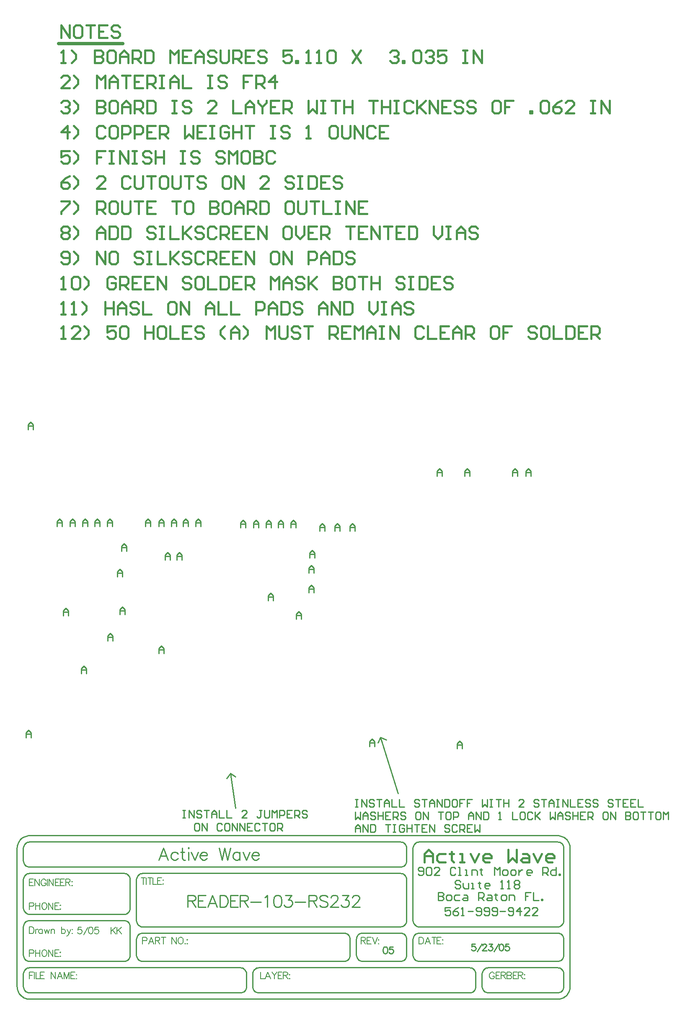
<source format=gbo>
%FSLAX24Y24*%
%MOIN*%
G70*
G01*
G75*
%ADD10C,0.0080*%
%ADD11R,0.0550X0.0400*%
%ADD12R,0.0300X0.0300*%
%ADD13R,0.0900X0.0550*%
%ADD14R,0.0900X0.1800*%
%ADD15R,0.0630X0.0118*%
%ADD16O,0.0630X0.0118*%
%ADD17O,0.0118X0.0630*%
%ADD18R,0.0780X0.0780*%
%ADD19R,0.0900X0.0350*%
%ADD20O,0.0800X0.0240*%
%ADD21R,0.0360X0.0500*%
%ADD22R,0.0360X0.0360*%
%ADD23R,0.1800X0.0900*%
%ADD24O,0.0900X0.0240*%
%ADD25R,0.0240X0.0700*%
%ADD26R,0.0800X0.0140*%
%ADD27O,0.0800X0.0300*%
%ADD28R,0.0400X0.0300*%
%ADD29R,0.1102X0.0790*%
%ADD30R,0.0550X0.0900*%
%ADD31R,0.0400X0.0550*%
%ADD32R,0.3949X0.1752*%
%ADD33R,0.0600X0.0800*%
%ADD34O,0.0240X0.0800*%
%ADD35R,0.0945X0.0591*%
%ADD36R,0.0350X0.0700*%
%ADD37R,0.1102X0.0709*%
%ADD38R,0.0709X0.1102*%
%ADD39C,0.0300*%
%ADD40C,0.0220*%
%ADD41C,0.0250*%
%ADD42C,0.0120*%
%ADD43C,0.0100*%
%ADD44C,0.0150*%
%ADD45C,0.0200*%
%ADD46C,0.0400*%
%ADD47C,0.0140*%
%ADD48C,0.0090*%
%ADD49C,0.0050*%
%ADD50R,0.0620X0.0620*%
%ADD51C,0.0620*%
%ADD52C,0.1967*%
%ADD53C,0.0650*%
%ADD54C,0.0550*%
%ADD55R,0.0650X0.0650*%
%ADD56R,0.0600X0.0600*%
%ADD57C,0.0600*%
%ADD58R,0.0520X0.0520*%
%ADD59C,0.0670*%
%ADD60C,0.2100*%
%ADD61C,0.1400*%
%ADD62C,0.1300*%
%ADD63C,0.1280*%
%ADD64C,0.0900*%
%ADD65C,0.0787*%
%ADD66R,0.0787X0.0787*%
%ADD67R,0.0850X0.0850*%
%ADD68C,0.0850*%
%ADD69C,0.0350*%
%ADD70C,0.0060*%
%ADD71C,0.0125*%
D10*
X83586Y46964D02*
X83332D01*
X83306Y46736D01*
X83332Y46761D01*
X83408Y46787D01*
X83484D01*
X83560Y46761D01*
X83611Y46711D01*
X83636Y46634D01*
Y46584D01*
X83611Y46507D01*
X83560Y46457D01*
X83484Y46431D01*
X83408D01*
X83332Y46457D01*
X83306Y46482D01*
X83281Y46533D01*
X83756Y46355D02*
X84111Y46964D01*
X84299D02*
X84223Y46939D01*
X84172Y46863D01*
X84147Y46736D01*
Y46660D01*
X84172Y46533D01*
X84223Y46457D01*
X84299Y46431D01*
X84350D01*
X84426Y46457D01*
X84477Y46533D01*
X84502Y46660D01*
Y46736D01*
X84477Y46863D01*
X84426Y46939D01*
X84350Y46964D01*
X84299D01*
X84926D02*
X84672D01*
X84647Y46736D01*
X84672Y46761D01*
X84748Y46787D01*
X84825D01*
X84901Y46761D01*
X84952Y46711D01*
X84977Y46634D01*
Y46584D01*
X84952Y46507D01*
X84901Y46457D01*
X84825Y46431D01*
X84748D01*
X84672Y46457D01*
X84647Y46482D01*
X84622Y46533D01*
X85934Y46964D02*
Y46431D01*
X86290Y46964D02*
X85934Y46609D01*
X86061Y46736D02*
X86290Y46431D01*
X86409Y46964D02*
Y46431D01*
X86765Y46964D02*
X86409Y46609D01*
X86536Y46736D02*
X86765Y46431D01*
D41*
X81762Y117224D02*
X86862D01*
D43*
X96701Y43242D02*
X96692Y43339D01*
X96663Y43433D01*
X96617Y43520D01*
X96555Y43595D01*
X96479Y43658D01*
X96393Y43704D01*
X96299Y43732D01*
X96201Y43742D01*
X96213Y41742D02*
X96310Y41750D01*
X96403Y41777D01*
X96489Y41823D01*
X96564Y41885D01*
X96624Y41961D01*
X96669Y42048D01*
X96695Y42142D01*
X96701Y42239D01*
X97701Y43742D02*
X97604Y43732D01*
X97510Y43704D01*
X97423Y43658D01*
X97348Y43595D01*
X97285Y43520D01*
X97239Y43433D01*
X97211Y43339D01*
X97201Y43242D01*
Y42242D02*
X97211Y42145D01*
X97238Y42052D01*
X97284Y41967D01*
X97345Y41891D01*
X97419Y41829D01*
X97504Y41782D01*
X97596Y41753D01*
X97692Y41742D01*
X114951Y43242D02*
X114942Y43339D01*
X114913Y43433D01*
X114867Y43520D01*
X114805Y43595D01*
X114729Y43658D01*
X114643Y43704D01*
X114549Y43732D01*
X114451Y43742D01*
X114463Y41742D02*
X114560Y41750D01*
X114653Y41777D01*
X114739Y41823D01*
X114814Y41885D01*
X114874Y41961D01*
X114919Y42048D01*
X114945Y42142D01*
X114951Y42239D01*
X115451Y42232D02*
X115461Y42135D01*
X115489Y42042D01*
X115536Y41957D01*
X115598Y41882D01*
X115673Y41821D01*
X115760Y41777D01*
X115853Y41750D01*
X115950Y41742D01*
X115951Y43742D02*
X115854Y43732D01*
X115760Y43704D01*
X115673Y43658D01*
X115598Y43595D01*
X115535Y43520D01*
X115489Y43433D01*
X115461Y43339D01*
X115451Y43242D01*
X87451Y50752D02*
X87442Y50847D01*
X87414Y50939D01*
X87369Y51024D01*
X87308Y51098D01*
X87233Y51159D01*
X87149Y51205D01*
X87057Y51232D01*
X86961Y51242D01*
X86971Y47992D02*
X87065Y48001D01*
X87155Y48028D01*
X87238Y48073D01*
X87311Y48132D01*
X87370Y48205D01*
X87415Y48288D01*
X87442Y48378D01*
X87451Y48472D01*
Y47002D02*
X87441Y47099D01*
X87412Y47193D01*
X87365Y47279D01*
X87302Y47354D01*
X87224Y47415D01*
X87137Y47459D01*
X87042Y47485D01*
X86944Y47491D01*
X87951Y47482D02*
X87961Y47386D01*
X87988Y47294D01*
X88034Y47210D01*
X88095Y47135D01*
X88169Y47074D01*
X88254Y47029D01*
X88346Y47001D01*
X88441Y46992D01*
X87951Y44732D02*
X87961Y44636D01*
X87988Y44544D01*
X88034Y44460D01*
X88095Y44385D01*
X88169Y44324D01*
X88254Y44279D01*
X88346Y44251D01*
X88441Y44242D01*
X86961D02*
X87057Y44251D01*
X87149Y44279D01*
X87233Y44324D01*
X87308Y44385D01*
X87369Y44460D01*
X87414Y44544D01*
X87442Y44636D01*
X87451Y44732D01*
X104951Y46002D02*
X104942Y46097D01*
X104914Y46189D01*
X104869Y46274D01*
X104808Y46348D01*
X104733Y46409D01*
X104649Y46455D01*
X104557Y46482D01*
X104461Y46492D01*
Y44242D02*
X104558Y44251D01*
X104651Y44280D01*
X104736Y44326D01*
X104811Y44388D01*
X104872Y44464D01*
X104916Y44550D01*
X104943Y44644D01*
X104951Y44740D01*
X105451Y44752D02*
X105461Y44653D01*
X105489Y44559D01*
X105535Y44471D01*
X105597Y44394D01*
X105673Y44331D01*
X105760Y44283D01*
X105854Y44253D01*
X105952Y44242D01*
X105931Y46492D02*
X105834Y46482D01*
X105742Y46453D01*
X105657Y46406D01*
X105583Y46342D01*
X105524Y46265D01*
X105481Y46178D01*
X105457Y46084D01*
X105452Y45987D01*
X88451Y46492D02*
X88354Y46482D01*
X88260Y46454D01*
X88173Y46408D01*
X88098Y46345D01*
X88035Y46270D01*
X87989Y46183D01*
X87961Y46089D01*
X87951Y45992D01*
X88451Y51242D02*
X88354Y51232D01*
X88260Y51204D01*
X88173Y51158D01*
X88098Y51095D01*
X88035Y51020D01*
X87989Y50933D01*
X87961Y50839D01*
X87951Y50742D01*
X78951Y44742D02*
X78961Y44645D01*
X78988Y44552D01*
X79034Y44467D01*
X79095Y44391D01*
X79169Y44329D01*
X79254Y44282D01*
X79346Y44253D01*
X79442Y44242D01*
X79451Y47492D02*
X79354Y47482D01*
X79260Y47454D01*
X79173Y47408D01*
X79098Y47345D01*
X79035Y47270D01*
X78989Y47183D01*
X78961Y47089D01*
X78951Y46992D01*
Y48492D02*
X78961Y48394D01*
X78989Y48300D01*
X79035Y48214D01*
X79098Y48138D01*
X79173Y48076D01*
X79260Y48030D01*
X79354Y48001D01*
X79451Y47992D01*
Y51242D02*
X79354Y51232D01*
X79260Y51204D01*
X79173Y51158D01*
X79098Y51095D01*
X79035Y51020D01*
X78989Y50933D01*
X78961Y50839D01*
X78951Y50742D01*
Y52242D02*
X78961Y52144D01*
X78989Y52050D01*
X79035Y51964D01*
X79098Y51888D01*
X79173Y51826D01*
X79260Y51780D01*
X79354Y51751D01*
X79451Y51742D01*
Y53742D02*
X79354Y53732D01*
X79260Y53704D01*
X79173Y53658D01*
X79098Y53595D01*
X79035Y53520D01*
X78989Y53433D01*
X78961Y53339D01*
X78951Y53242D01*
X109451D02*
X109442Y53339D01*
X109413Y53433D01*
X109367Y53520D01*
X109305Y53595D01*
X109229Y53658D01*
X109143Y53704D01*
X109049Y53732D01*
X108951Y53742D01*
X110451D02*
X110354Y53732D01*
X110260Y53704D01*
X110173Y53658D01*
X110098Y53595D01*
X110035Y53520D01*
X109989Y53433D01*
X109961Y53339D01*
X109951Y53242D01*
X108951Y51742D02*
X109049Y51751D01*
X109143Y51780D01*
X109229Y51826D01*
X109305Y51888D01*
X109367Y51964D01*
X109413Y52050D01*
X109442Y52144D01*
X109451Y52242D01*
Y50742D02*
X109442Y50839D01*
X109413Y50933D01*
X109367Y51020D01*
X109305Y51095D01*
X109229Y51158D01*
X109143Y51204D01*
X109049Y51232D01*
X108951Y51242D01*
X79451Y43742D02*
X79354Y43732D01*
X79260Y43704D01*
X79173Y43658D01*
X79098Y43595D01*
X79035Y43520D01*
X78989Y43433D01*
X78961Y43339D01*
X78951Y43242D01*
X108960Y46992D02*
X109056Y47003D01*
X109149Y47032D01*
X109234Y47079D01*
X109308Y47141D01*
X109369Y47217D01*
X109414Y47302D01*
X109442Y47395D01*
X109451Y47492D01*
X78951Y42242D02*
X78961Y42145D01*
X78988Y42052D01*
X79034Y41967D01*
X79095Y41891D01*
X79169Y41829D01*
X79254Y41782D01*
X79346Y41753D01*
X79442Y41742D01*
X109451Y46002D02*
X109442Y46097D01*
X109414Y46189D01*
X109369Y46274D01*
X109308Y46348D01*
X109233Y46409D01*
X109149Y46455D01*
X109057Y46482D01*
X108961Y46492D01*
X109951Y44732D02*
X109961Y44635D01*
X109989Y44542D01*
X110036Y44457D01*
X110098Y44382D01*
X110173Y44321D01*
X110260Y44277D01*
X110353Y44250D01*
X110450Y44242D01*
X108951Y44242D02*
X109049Y44251D01*
X109143Y44280D01*
X109229Y44326D01*
X109305Y44388D01*
X109367Y44464D01*
X109413Y44550D01*
X109442Y44644D01*
X109451Y44742D01*
X121451Y41742D02*
X121549Y41751D01*
X121643Y41780D01*
X121729Y41826D01*
X121805Y41888D01*
X121867Y41964D01*
X121913Y42050D01*
X121942Y42144D01*
X121951Y42242D01*
X121951Y43251D02*
X121940Y43347D01*
X121911Y43439D01*
X121864Y43524D01*
X121802Y43598D01*
X121726Y43659D01*
X121641Y43705D01*
X121548Y43733D01*
X121451Y43742D01*
Y44242D02*
X121549Y44251D01*
X121643Y44280D01*
X121729Y44326D01*
X121805Y44388D01*
X121867Y44464D01*
X121913Y44550D01*
X121942Y44644D01*
X121951Y44742D01*
Y53252D02*
X121941Y53349D01*
X121912Y53443D01*
X121865Y53529D01*
X121802Y53604D01*
X121724Y53665D01*
X121637Y53709D01*
X121542Y53735D01*
X121444Y53741D01*
X122451Y53242D02*
X122446Y53340D01*
X122432Y53437D01*
X122408Y53532D01*
X122375Y53624D01*
X122333Y53713D01*
X122283Y53797D01*
X122224Y53876D01*
X122158Y53949D01*
X122086Y54015D01*
X122007Y54073D01*
X121923Y54124D01*
X121834Y54166D01*
X121741Y54199D01*
X121646Y54223D01*
X121549Y54237D01*
X121451Y54242D01*
Y41242D02*
X121549Y41247D01*
X121646Y41261D01*
X121741Y41285D01*
X121834Y41318D01*
X121923Y41360D01*
X122007Y41410D01*
X122086Y41469D01*
X122158Y41535D01*
X122224Y41607D01*
X122283Y41686D01*
X122333Y41770D01*
X122375Y41859D01*
X122408Y41952D01*
X122432Y42047D01*
X122446Y42144D01*
X122451Y42242D01*
X78451Y42252D02*
X78456Y42154D01*
X78470Y42057D01*
X78494Y41962D01*
X78526Y41869D01*
X78568Y41781D01*
X78618Y41696D01*
X78676Y41617D01*
X78741Y41544D01*
X78813Y41477D01*
X78891Y41418D01*
X78974Y41367D01*
X79062Y41324D01*
X79154Y41290D01*
X79249Y41264D01*
X79346Y41248D01*
X79444Y41242D01*
X79451Y54242D02*
X79353Y54237D01*
X79256Y54223D01*
X79161Y54199D01*
X79069Y54166D01*
X78980Y54124D01*
X78896Y54073D01*
X78817Y54015D01*
X78744Y53949D01*
X78678Y53876D01*
X78620Y53797D01*
X78569Y53713D01*
X78527Y53624D01*
X78494Y53532D01*
X78470Y53437D01*
X78456Y53340D01*
X78451Y53242D01*
X109951Y47492D02*
X109961Y47394D01*
X109989Y47300D01*
X110035Y47214D01*
X110098Y47138D01*
X110173Y47076D01*
X110260Y47030D01*
X110354Y47001D01*
X110451Y46992D01*
X121451D02*
X121549Y47001D01*
X121643Y47030D01*
X121729Y47076D01*
X121805Y47138D01*
X121867Y47214D01*
X121913Y47300D01*
X121942Y47394D01*
X121951Y47492D01*
X110451Y46492D02*
X110354Y46482D01*
X110260Y46454D01*
X110173Y46408D01*
X110098Y46345D01*
X110035Y46270D01*
X109989Y46183D01*
X109961Y46089D01*
X109951Y45992D01*
X121951Y46002D02*
X121942Y46097D01*
X121914Y46189D01*
X121869Y46274D01*
X121808Y46348D01*
X121733Y46409D01*
X121649Y46455D01*
X121557Y46482D01*
X121461Y46492D01*
X97701Y41742D02*
X114451D01*
X79451D02*
X96201D01*
X79451Y43742D02*
X96201D01*
X97701D02*
X114451D01*
X115951Y41742D02*
X121451D01*
X115951Y43742D02*
X121451D01*
X79451Y53742D02*
X108951D01*
X79451Y41242D02*
X121451D01*
X79451Y54242D02*
X121451D01*
X79451Y44242D02*
X86951D01*
X79451Y47492D02*
X86951D01*
X79451Y47992D02*
X86951D01*
X79451Y51242D02*
X86951D01*
X79451Y51742D02*
X108951D01*
X88451Y51242D02*
X108951D01*
X88451Y46492D02*
X104451D01*
X88451Y44242D02*
X104451D01*
X105951D02*
X108951D01*
X105951Y46492D02*
X108951D01*
X110451Y44242D02*
X121451D01*
X110451Y53742D02*
X121451D01*
X88451Y46992D02*
X108951D01*
X110451D02*
X121451D01*
X110451Y46492D02*
X121451D01*
X96701Y42242D02*
Y43242D01*
X97201Y42242D02*
Y43242D01*
X114951Y42242D02*
Y43242D01*
X115451Y42242D02*
Y43242D01*
X122451Y42242D02*
Y53242D01*
X78951Y44742D02*
Y46992D01*
X87451Y44742D02*
Y46992D01*
X78951Y48492D02*
Y50742D01*
X87451Y48492D02*
Y50742D01*
X78951Y52242D02*
Y53242D01*
X109451Y52242D02*
Y53242D01*
Y47492D02*
Y50742D01*
X87951Y47492D02*
Y50742D01*
X104951Y44742D02*
Y45992D01*
X87951Y44742D02*
Y45992D01*
X105451Y44742D02*
Y45992D01*
X109451Y44742D02*
Y45992D01*
X121951Y42242D02*
Y43242D01*
X78951Y42242D02*
Y43242D01*
X78451Y42242D02*
Y53242D01*
X109951Y47492D02*
Y53242D01*
X121951Y47492D02*
Y53242D01*
X109951Y44742D02*
Y45992D01*
X121951Y44742D02*
Y46002D01*
X113739Y50567D02*
X113632Y50673D01*
X113419D01*
X113312Y50567D01*
Y50460D01*
X113419Y50353D01*
X113632D01*
X113739Y50247D01*
Y50140D01*
X113632Y50034D01*
X113419D01*
X113312Y50140D01*
X113952Y50460D02*
Y50140D01*
X114058Y50034D01*
X114378D01*
Y50460D01*
X114592Y50034D02*
X114805D01*
X114698D01*
Y50460D01*
X114592D01*
X115231Y50567D02*
Y50460D01*
X115125D01*
X115338D01*
X115231D01*
Y50140D01*
X115338Y50034D01*
X115978D02*
X115765D01*
X115658Y50140D01*
Y50353D01*
X115765Y50460D01*
X115978D01*
X116084Y50353D01*
Y50247D01*
X115658D01*
X116937Y50034D02*
X117151D01*
X117044D01*
Y50673D01*
X116937Y50567D01*
X117471Y50034D02*
X117684D01*
X117577D01*
Y50673D01*
X117471Y50567D01*
X118004D02*
X118110Y50673D01*
X118324D01*
X118430Y50567D01*
Y50460D01*
X118324Y50353D01*
X118430Y50247D01*
Y50140D01*
X118324Y50034D01*
X118110D01*
X118004Y50140D01*
Y50247D01*
X118110Y50353D01*
X118004Y50460D01*
Y50567D01*
X118110Y50353D02*
X118324D01*
X112939Y48523D02*
X112512D01*
Y48203D01*
X112725Y48310D01*
X112832D01*
X112939Y48203D01*
Y47990D01*
X112832Y47884D01*
X112619D01*
X112512Y47990D01*
X113578Y48523D02*
X113365Y48417D01*
X113152Y48203D01*
Y47990D01*
X113258Y47884D01*
X113472D01*
X113578Y47990D01*
Y48097D01*
X113472Y48203D01*
X113152D01*
X113792Y47884D02*
X114005D01*
X113898D01*
Y48523D01*
X113792Y48417D01*
X114325Y48203D02*
X114751D01*
X114965Y47990D02*
X115071Y47884D01*
X115284D01*
X115391Y47990D01*
Y48417D01*
X115284Y48523D01*
X115071D01*
X114965Y48417D01*
Y48310D01*
X115071Y48203D01*
X115391D01*
X115604Y47990D02*
X115711Y47884D01*
X115924D01*
X116031Y47990D01*
Y48417D01*
X115924Y48523D01*
X115711D01*
X115604Y48417D01*
Y48310D01*
X115711Y48203D01*
X116031D01*
X116244Y47990D02*
X116351Y47884D01*
X116564D01*
X116671Y47990D01*
Y48417D01*
X116564Y48523D01*
X116351D01*
X116244Y48417D01*
Y48310D01*
X116351Y48203D01*
X116671D01*
X116884D02*
X117310D01*
X117524Y47990D02*
X117630Y47884D01*
X117844D01*
X117950Y47990D01*
Y48417D01*
X117844Y48523D01*
X117630D01*
X117524Y48417D01*
Y48310D01*
X117630Y48203D01*
X117950D01*
X118483Y47884D02*
Y48523D01*
X118163Y48203D01*
X118590D01*
X119230Y47884D02*
X118803D01*
X119230Y48310D01*
Y48417D01*
X119123Y48523D01*
X118910D01*
X118803Y48417D01*
X119870Y47884D02*
X119443D01*
X119870Y48310D01*
Y48417D01*
X119763Y48523D01*
X119550D01*
X119443Y48417D01*
X110362Y51190D02*
X110469Y51084D01*
X110682D01*
X110789Y51190D01*
Y51617D01*
X110682Y51723D01*
X110469D01*
X110362Y51617D01*
Y51510D01*
X110469Y51403D01*
X110789D01*
X111002Y51617D02*
X111108Y51723D01*
X111322D01*
X111428Y51617D01*
Y51190D01*
X111322Y51084D01*
X111108D01*
X111002Y51190D01*
Y51617D01*
X112068Y51084D02*
X111642D01*
X112068Y51510D01*
Y51617D01*
X111961Y51723D01*
X111748D01*
X111642Y51617D01*
X113348D02*
X113241Y51723D01*
X113028D01*
X112921Y51617D01*
Y51190D01*
X113028Y51084D01*
X113241D01*
X113348Y51190D01*
X113561Y51084D02*
X113774D01*
X113668D01*
Y51723D01*
X113561D01*
X114094Y51084D02*
X114307D01*
X114201D01*
Y51510D01*
X114094D01*
X114627Y51084D02*
Y51510D01*
X114947D01*
X115054Y51403D01*
Y51084D01*
X115374Y51617D02*
Y51510D01*
X115267D01*
X115480D01*
X115374D01*
Y51190D01*
X115480Y51084D01*
X116440D02*
Y51723D01*
X116653Y51510D01*
X116867Y51723D01*
Y51084D01*
X117186D02*
X117400D01*
X117506Y51190D01*
Y51403D01*
X117400Y51510D01*
X117186D01*
X117080Y51403D01*
Y51190D01*
X117186Y51084D01*
X117826D02*
X118040D01*
X118146Y51190D01*
Y51403D01*
X118040Y51510D01*
X117826D01*
X117720Y51403D01*
Y51190D01*
X117826Y51084D01*
X118359Y51510D02*
Y51084D01*
Y51297D01*
X118466Y51403D01*
X118573Y51510D01*
X118679D01*
X119319Y51084D02*
X119106D01*
X118999Y51190D01*
Y51403D01*
X119106Y51510D01*
X119319D01*
X119426Y51403D01*
Y51297D01*
X118999D01*
X120279Y51084D02*
Y51723D01*
X120599D01*
X120705Y51617D01*
Y51403D01*
X120599Y51297D01*
X120279D01*
X120492D02*
X120705Y51084D01*
X121345Y51723D02*
Y51084D01*
X121025D01*
X120919Y51190D01*
Y51403D01*
X121025Y51510D01*
X121345D01*
X121558Y51084D02*
Y51190D01*
X121665D01*
Y51084D01*
X121558D01*
X111962Y49723D02*
Y49084D01*
X112282D01*
X112389Y49190D01*
Y49297D01*
X112282Y49403D01*
X111962D01*
X112282D01*
X112389Y49510D01*
Y49617D01*
X112282Y49723D01*
X111962D01*
X112708Y49084D02*
X112922D01*
X113028Y49190D01*
Y49403D01*
X112922Y49510D01*
X112708D01*
X112602Y49403D01*
Y49190D01*
X112708Y49084D01*
X113668Y49510D02*
X113348D01*
X113242Y49403D01*
Y49190D01*
X113348Y49084D01*
X113668D01*
X113988Y49510D02*
X114201D01*
X114308Y49403D01*
Y49084D01*
X113988D01*
X113881Y49190D01*
X113988Y49297D01*
X114308D01*
X115161Y49084D02*
Y49723D01*
X115481D01*
X115587Y49617D01*
Y49403D01*
X115481Y49297D01*
X115161D01*
X115374D02*
X115587Y49084D01*
X115907Y49510D02*
X116121D01*
X116227Y49403D01*
Y49084D01*
X115907D01*
X115801Y49190D01*
X115907Y49297D01*
X116227D01*
X116547Y49617D02*
Y49510D01*
X116441D01*
X116654D01*
X116547D01*
Y49190D01*
X116654Y49084D01*
X117080D02*
X117294D01*
X117400Y49190D01*
Y49403D01*
X117294Y49510D01*
X117080D01*
X116974Y49403D01*
Y49190D01*
X117080Y49084D01*
X117613D02*
Y49510D01*
X117933D01*
X118040Y49403D01*
Y49084D01*
X119320Y49723D02*
X118893D01*
Y49403D01*
X119106D01*
X118893D01*
Y49084D01*
X119533Y49723D02*
Y49084D01*
X119959D01*
X120173D02*
Y49190D01*
X120279D01*
Y49084D01*
X120173D01*
X95424Y59192D02*
X95829Y56434D01*
X95424Y59192D02*
X95829Y58908D01*
X95140Y58787D02*
X95424Y59192D01*
X107374Y62059D02*
X108754Y57584D01*
X107374Y62059D02*
X107823Y61850D01*
X107165Y61611D02*
X107374Y62059D01*
X91624Y56259D02*
X91824D01*
X91724D01*
Y55659D01*
X91624D01*
X91824D01*
X92124D02*
Y56259D01*
X92524Y55659D01*
Y56259D01*
X93124Y56159D02*
X93024Y56259D01*
X92824D01*
X92724Y56159D01*
Y56059D01*
X92824Y55959D01*
X93024D01*
X93124Y55859D01*
Y55759D01*
X93024Y55659D01*
X92824D01*
X92724Y55759D01*
X93323Y56259D02*
X93723D01*
X93523D01*
Y55659D01*
X93923D02*
Y56059D01*
X94123Y56259D01*
X94323Y56059D01*
Y55659D01*
Y55959D01*
X93923D01*
X94523Y56259D02*
Y55659D01*
X94923D01*
X95123Y56259D02*
Y55659D01*
X95523D01*
X96722D02*
X96323D01*
X96722Y56059D01*
Y56159D01*
X96622Y56259D01*
X96422D01*
X96323Y56159D01*
X97922Y56259D02*
X97722D01*
X97822D01*
Y55759D01*
X97722Y55659D01*
X97622D01*
X97522Y55759D01*
X98122Y56259D02*
Y55759D01*
X98222Y55659D01*
X98422D01*
X98522Y55759D01*
Y56259D01*
X98722Y55659D02*
Y56259D01*
X98922Y56059D01*
X99122Y56259D01*
Y55659D01*
X99322D02*
Y56259D01*
X99621D01*
X99721Y56159D01*
Y55959D01*
X99621Y55859D01*
X99322D01*
X100321Y56259D02*
X99921D01*
Y55659D01*
X100321D01*
X99921Y55959D02*
X100121D01*
X100521Y55659D02*
Y56259D01*
X100821D01*
X100921Y56159D01*
Y55959D01*
X100821Y55859D01*
X100521D01*
X100721D02*
X100921Y55659D01*
X101521Y56159D02*
X101421Y56259D01*
X101221D01*
X101121Y56159D01*
Y56059D01*
X101221Y55959D01*
X101421D01*
X101521Y55859D01*
Y55759D01*
X101421Y55659D01*
X101221D01*
X101121Y55759D01*
X92874Y55209D02*
X92674D01*
X92574Y55109D01*
Y54709D01*
X92674Y54609D01*
X92874D01*
X92974Y54709D01*
Y55109D01*
X92874Y55209D01*
X93174Y54609D02*
Y55209D01*
X93574Y54609D01*
Y55209D01*
X94773Y55109D02*
X94673Y55209D01*
X94473D01*
X94373Y55109D01*
Y54709D01*
X94473Y54609D01*
X94673D01*
X94773Y54709D01*
X95273Y55209D02*
X95073D01*
X94973Y55109D01*
Y54709D01*
X95073Y54609D01*
X95273D01*
X95373Y54709D01*
Y55109D01*
X95273Y55209D01*
X95573Y54609D02*
Y55209D01*
X95973Y54609D01*
Y55209D01*
X96173Y54609D02*
Y55209D01*
X96573Y54609D01*
Y55209D01*
X97173D02*
X96773D01*
Y54609D01*
X97173D01*
X96773Y54909D02*
X96973D01*
X97772Y55109D02*
X97672Y55209D01*
X97472D01*
X97372Y55109D01*
Y54709D01*
X97472Y54609D01*
X97672D01*
X97772Y54709D01*
X97972Y55209D02*
X98372D01*
X98172D01*
Y54609D01*
X98872Y55209D02*
X98672D01*
X98572Y55109D01*
Y54709D01*
X98672Y54609D01*
X98872D01*
X98972Y54709D01*
Y55109D01*
X98872Y55209D01*
X99172Y54609D02*
Y55209D01*
X99472D01*
X99572Y55109D01*
Y54909D01*
X99472Y54809D01*
X99172D01*
X99372D02*
X99572Y54609D01*
X82124Y71709D02*
Y72109D01*
X82324Y72309D01*
X82524Y72109D01*
Y71709D01*
Y72009D01*
X82124D01*
X85674Y69709D02*
Y70109D01*
X85874Y70309D01*
X86074Y70109D01*
Y69709D01*
Y70009D01*
X85674D01*
X86624Y71809D02*
Y72209D01*
X86824Y72409D01*
X87024Y72209D01*
Y71809D01*
Y72109D01*
X86624D01*
X89724Y68709D02*
Y69109D01*
X89924Y69309D01*
X90124Y69109D01*
Y68709D01*
Y69009D01*
X89724D01*
X86424Y74809D02*
Y75209D01*
X86624Y75409D01*
X86824Y75209D01*
Y74809D01*
Y75109D01*
X86424D01*
X86774Y76859D02*
Y77259D01*
X86974Y77459D01*
X87174Y77259D01*
Y76859D01*
Y77159D01*
X86774D01*
X90224Y76159D02*
Y76559D01*
X90424Y76759D01*
X90624Y76559D01*
Y76159D01*
Y76459D01*
X90224D01*
X91174Y76159D02*
Y76559D01*
X91374Y76759D01*
X91574Y76559D01*
Y76159D01*
Y76459D01*
X91174D01*
X98424Y72909D02*
Y73309D01*
X98624Y73509D01*
X98824Y73309D01*
Y72909D01*
Y73209D01*
X98424D01*
X100674Y71459D02*
Y71859D01*
X100874Y72059D01*
X101074Y71859D01*
Y71459D01*
Y71759D01*
X100674D01*
X101674Y73559D02*
Y73959D01*
X101874Y74159D01*
X102074Y73959D01*
Y73559D01*
Y73859D01*
X101674D01*
Y75109D02*
Y75509D01*
X101874Y75709D01*
X102074Y75509D01*
Y75109D01*
Y75409D01*
X101674D01*
X101724Y76309D02*
Y76709D01*
X101924Y76909D01*
X102124Y76709D01*
Y76309D01*
Y76609D01*
X101724D01*
X102524Y78459D02*
Y78859D01*
X102724Y79059D01*
X102924Y78859D01*
Y78459D01*
Y78759D01*
X102524D01*
X103724Y78459D02*
Y78859D01*
X103924Y79059D01*
X104124Y78859D01*
Y78459D01*
Y78759D01*
X103724D01*
X104924Y78459D02*
Y78859D01*
X105124Y79059D01*
X105324Y78859D01*
Y78459D01*
Y78759D01*
X104924D01*
X111874Y82809D02*
Y83209D01*
X112074Y83409D01*
X112274Y83209D01*
Y82809D01*
Y83109D01*
X111874D01*
X114074Y82809D02*
Y83209D01*
X114274Y83409D01*
X114474Y83209D01*
Y82809D01*
Y83109D01*
X114074D01*
X117874Y82809D02*
Y83209D01*
X118074Y83409D01*
X118274Y83209D01*
Y82809D01*
Y83109D01*
X117874D01*
X118924Y82809D02*
Y83209D01*
X119124Y83409D01*
X119324Y83209D01*
Y82809D01*
Y83109D01*
X118924D01*
X113474Y61159D02*
Y61559D01*
X113674Y61759D01*
X113874Y61559D01*
Y61159D01*
Y61459D01*
X113474D01*
X106504Y61334D02*
Y61734D01*
X106704Y61934D01*
X106904Y61734D01*
Y61334D01*
Y61634D01*
X106504D01*
X79174Y62009D02*
Y62409D01*
X79374Y62609D01*
X79574Y62409D01*
Y62009D01*
Y62309D01*
X79174D01*
X79324Y86509D02*
Y86909D01*
X79524Y87109D01*
X79724Y86909D01*
Y86509D01*
Y86809D01*
X79324D01*
X105374Y57109D02*
X105574D01*
X105474D01*
Y56509D01*
X105374D01*
X105574D01*
X105874D02*
Y57109D01*
X106274Y56509D01*
Y57109D01*
X106874Y57009D02*
X106774Y57109D01*
X106574D01*
X106474Y57009D01*
Y56909D01*
X106574Y56809D01*
X106774D01*
X106874Y56709D01*
Y56609D01*
X106774Y56509D01*
X106574D01*
X106474Y56609D01*
X107073Y57109D02*
X107473D01*
X107273D01*
Y56509D01*
X107673D02*
Y56909D01*
X107873Y57109D01*
X108073Y56909D01*
Y56509D01*
Y56809D01*
X107673D01*
X108273Y57109D02*
Y56509D01*
X108673D01*
X108873Y57109D02*
Y56509D01*
X109273D01*
X110472Y57009D02*
X110372Y57109D01*
X110172D01*
X110073Y57009D01*
Y56909D01*
X110172Y56809D01*
X110372D01*
X110472Y56709D01*
Y56609D01*
X110372Y56509D01*
X110172D01*
X110073Y56609D01*
X110672Y57109D02*
X111072D01*
X110872D01*
Y56509D01*
X111272D02*
Y56909D01*
X111472Y57109D01*
X111672Y56909D01*
Y56509D01*
Y56809D01*
X111272D01*
X111872Y56509D02*
Y57109D01*
X112272Y56509D01*
Y57109D01*
X112472D02*
Y56509D01*
X112772D01*
X112872Y56609D01*
Y57009D01*
X112772Y57109D01*
X112472D01*
X113371D02*
X113172D01*
X113072Y57009D01*
Y56609D01*
X113172Y56509D01*
X113371D01*
X113471Y56609D01*
Y57009D01*
X113371Y57109D01*
X114071D02*
X113671D01*
Y56809D01*
X113871D01*
X113671D01*
Y56509D01*
X114671Y57109D02*
X114271D01*
Y56809D01*
X114471D01*
X114271D01*
Y56509D01*
X115471Y57109D02*
Y56509D01*
X115671Y56709D01*
X115871Y56509D01*
Y57109D01*
X116071D02*
X116271D01*
X116171D01*
Y56509D01*
X116071D01*
X116271D01*
X116570Y57109D02*
X116970D01*
X116770D01*
Y56509D01*
X117170Y57109D02*
Y56509D01*
Y56809D01*
X117570D01*
Y57109D01*
Y56509D01*
X118770D02*
X118370D01*
X118770Y56909D01*
Y57009D01*
X118670Y57109D01*
X118470D01*
X118370Y57009D01*
X119969D02*
X119869Y57109D01*
X119669D01*
X119569Y57009D01*
Y56909D01*
X119669Y56809D01*
X119869D01*
X119969Y56709D01*
Y56609D01*
X119869Y56509D01*
X119669D01*
X119569Y56609D01*
X120169Y57109D02*
X120569D01*
X120369D01*
Y56509D01*
X120769D02*
Y56909D01*
X120969Y57109D01*
X121169Y56909D01*
Y56509D01*
Y56809D01*
X120769D01*
X121369Y57109D02*
X121569D01*
X121469D01*
Y56509D01*
X121369D01*
X121569D01*
X121869D02*
Y57109D01*
X122269Y56509D01*
Y57109D01*
X122469D02*
Y56509D01*
X122868D01*
X123468Y57109D02*
X123068D01*
Y56509D01*
X123468D01*
X123068Y56809D02*
X123268D01*
X124068Y57009D02*
X123968Y57109D01*
X123768D01*
X123668Y57009D01*
Y56909D01*
X123768Y56809D01*
X123968D01*
X124068Y56709D01*
Y56609D01*
X123968Y56509D01*
X123768D01*
X123668Y56609D01*
X124668Y57009D02*
X124568Y57109D01*
X124368D01*
X124268Y57009D01*
Y56909D01*
X124368Y56809D01*
X124568D01*
X124668Y56709D01*
Y56609D01*
X124568Y56509D01*
X124368D01*
X124268Y56609D01*
X125867Y57009D02*
X125767Y57109D01*
X125568D01*
X125468Y57009D01*
Y56909D01*
X125568Y56809D01*
X125767D01*
X125867Y56709D01*
Y56609D01*
X125767Y56509D01*
X125568D01*
X125468Y56609D01*
X126067Y57109D02*
X126467D01*
X126267D01*
Y56509D01*
X127067Y57109D02*
X126667D01*
Y56509D01*
X127067D01*
X126667Y56809D02*
X126867D01*
X127667Y57109D02*
X127267D01*
Y56509D01*
X127667D01*
X127267Y56809D02*
X127467D01*
X127867Y57109D02*
Y56509D01*
X128267D01*
X105374Y56109D02*
Y55509D01*
X105574Y55709D01*
X105774Y55509D01*
Y56109D01*
X105974Y55509D02*
Y55909D01*
X106174Y56109D01*
X106374Y55909D01*
Y55509D01*
Y55809D01*
X105974D01*
X106974Y56009D02*
X106874Y56109D01*
X106674D01*
X106574Y56009D01*
Y55909D01*
X106674Y55809D01*
X106874D01*
X106974Y55709D01*
Y55609D01*
X106874Y55509D01*
X106674D01*
X106574Y55609D01*
X107173Y56109D02*
Y55509D01*
Y55809D01*
X107573D01*
Y56109D01*
Y55509D01*
X108173Y56109D02*
X107773D01*
Y55509D01*
X108173D01*
X107773Y55809D02*
X107973D01*
X108373Y55509D02*
Y56109D01*
X108673D01*
X108773Y56009D01*
Y55809D01*
X108673Y55709D01*
X108373D01*
X108573D02*
X108773Y55509D01*
X109373Y56009D02*
X109273Y56109D01*
X109073D01*
X108973Y56009D01*
Y55909D01*
X109073Y55809D01*
X109273D01*
X109373Y55709D01*
Y55609D01*
X109273Y55509D01*
X109073D01*
X108973Y55609D01*
X110472Y56109D02*
X110272D01*
X110172Y56009D01*
Y55609D01*
X110272Y55509D01*
X110472D01*
X110572Y55609D01*
Y56009D01*
X110472Y56109D01*
X110772Y55509D02*
Y56109D01*
X111172Y55509D01*
Y56109D01*
X111972D02*
X112372D01*
X112172D01*
Y55509D01*
X112872Y56109D02*
X112672D01*
X112572Y56009D01*
Y55609D01*
X112672Y55509D01*
X112872D01*
X112972Y55609D01*
Y56009D01*
X112872Y56109D01*
X113172Y55509D02*
Y56109D01*
X113471D01*
X113571Y56009D01*
Y55809D01*
X113471Y55709D01*
X113172D01*
X114371Y55509D02*
Y55909D01*
X114571Y56109D01*
X114771Y55909D01*
Y55509D01*
Y55809D01*
X114371D01*
X114971Y55509D02*
Y56109D01*
X115371Y55509D01*
Y56109D01*
X115571D02*
Y55509D01*
X115871D01*
X115971Y55609D01*
Y56009D01*
X115871Y56109D01*
X115571D01*
X116770Y55509D02*
X116970D01*
X116870D01*
Y56109D01*
X116770Y56009D01*
X117870Y56109D02*
Y55509D01*
X118270D01*
X118770Y56109D02*
X118570D01*
X118470Y56009D01*
Y55609D01*
X118570Y55509D01*
X118770D01*
X118870Y55609D01*
Y56009D01*
X118770Y56109D01*
X119469Y56009D02*
X119370Y56109D01*
X119170D01*
X119070Y56009D01*
Y55609D01*
X119170Y55509D01*
X119370D01*
X119469Y55609D01*
X119669Y56109D02*
Y55509D01*
Y55709D01*
X120069Y56109D01*
X119769Y55809D01*
X120069Y55509D01*
X120869Y56109D02*
Y55509D01*
X121069Y55709D01*
X121269Y55509D01*
Y56109D01*
X121469Y55509D02*
Y55909D01*
X121669Y56109D01*
X121869Y55909D01*
Y55509D01*
Y55809D01*
X121469D01*
X122469Y56009D02*
X122369Y56109D01*
X122169D01*
X122069Y56009D01*
Y55909D01*
X122169Y55809D01*
X122369D01*
X122469Y55709D01*
Y55609D01*
X122369Y55509D01*
X122169D01*
X122069Y55609D01*
X122668Y56109D02*
Y55509D01*
Y55809D01*
X123068D01*
Y56109D01*
Y55509D01*
X123668Y56109D02*
X123268D01*
Y55509D01*
X123668D01*
X123268Y55809D02*
X123468D01*
X123868Y55509D02*
Y56109D01*
X124168D01*
X124268Y56009D01*
Y55809D01*
X124168Y55709D01*
X123868D01*
X124068D02*
X124268Y55509D01*
X125368Y56109D02*
X125168D01*
X125068Y56009D01*
Y55609D01*
X125168Y55509D01*
X125368D01*
X125468Y55609D01*
Y56009D01*
X125368Y56109D01*
X125667Y55509D02*
Y56109D01*
X126067Y55509D01*
Y56109D01*
X126867D02*
Y55509D01*
X127167D01*
X127267Y55609D01*
Y55709D01*
X127167Y55809D01*
X126867D01*
X127167D01*
X127267Y55909D01*
Y56009D01*
X127167Y56109D01*
X126867D01*
X127767D02*
X127567D01*
X127467Y56009D01*
Y55609D01*
X127567Y55509D01*
X127767D01*
X127867Y55609D01*
Y56009D01*
X127767Y56109D01*
X128067D02*
X128467D01*
X128267D01*
Y55509D01*
X128667Y56109D02*
X129066D01*
X128866D01*
Y55509D01*
X129566Y56109D02*
X129366D01*
X129266Y56009D01*
Y55609D01*
X129366Y55509D01*
X129566D01*
X129666Y55609D01*
Y56009D01*
X129566Y56109D01*
X129866Y55509D02*
Y56109D01*
X130066Y55909D01*
X130266Y56109D01*
Y55509D01*
X105374Y54509D02*
Y54909D01*
X105574Y55109D01*
X105774Y54909D01*
Y54509D01*
Y54809D01*
X105374D01*
X105974Y54509D02*
Y55109D01*
X106374Y54509D01*
Y55109D01*
X106574D02*
Y54509D01*
X106874D01*
X106974Y54609D01*
Y55009D01*
X106874Y55109D01*
X106574D01*
X107773D02*
X108173D01*
X107973D01*
Y54509D01*
X108373Y55109D02*
X108573D01*
X108473D01*
Y54509D01*
X108373D01*
X108573D01*
X109273Y55009D02*
X109173Y55109D01*
X108973D01*
X108873Y55009D01*
Y54609D01*
X108973Y54509D01*
X109173D01*
X109273Y54609D01*
Y54809D01*
X109073D01*
X109473Y55109D02*
Y54509D01*
Y54809D01*
X109873D01*
Y55109D01*
Y54509D01*
X110073Y55109D02*
X110472D01*
X110272D01*
Y54509D01*
X111072Y55109D02*
X110672D01*
Y54509D01*
X111072D01*
X110672Y54809D02*
X110872D01*
X111272Y54509D02*
Y55109D01*
X111672Y54509D01*
Y55109D01*
X112872Y55009D02*
X112772Y55109D01*
X112572D01*
X112472Y55009D01*
Y54909D01*
X112572Y54809D01*
X112772D01*
X112872Y54709D01*
Y54609D01*
X112772Y54509D01*
X112572D01*
X112472Y54609D01*
X113471Y55009D02*
X113371Y55109D01*
X113172D01*
X113072Y55009D01*
Y54609D01*
X113172Y54509D01*
X113371D01*
X113471Y54609D01*
X113671Y54509D02*
Y55109D01*
X113971D01*
X114071Y55009D01*
Y54809D01*
X113971Y54709D01*
X113671D01*
X113871D02*
X114071Y54509D01*
X114671Y55109D02*
X114271D01*
Y54509D01*
X114671D01*
X114271Y54809D02*
X114471D01*
X114871Y55109D02*
Y54509D01*
X115071Y54709D01*
X115271Y54509D01*
Y55109D01*
X81624Y78809D02*
Y79209D01*
X81824Y79409D01*
X82024Y79209D01*
Y78809D01*
Y79109D01*
X81624D01*
X82674Y78809D02*
Y79209D01*
X82874Y79409D01*
X83074Y79209D01*
Y78809D01*
Y79109D01*
X82674D01*
X83674Y78809D02*
Y79209D01*
X83874Y79409D01*
X84074Y79209D01*
Y78809D01*
Y79109D01*
X83674D01*
X84624Y78809D02*
Y79209D01*
X84824Y79409D01*
X85024Y79209D01*
Y78809D01*
Y79109D01*
X84624D01*
X85624Y78809D02*
Y79209D01*
X85824Y79409D01*
X86024Y79209D01*
Y78809D01*
Y79109D01*
X85624D01*
X88674Y78809D02*
Y79209D01*
X88874Y79409D01*
X89074Y79209D01*
Y78809D01*
Y79109D01*
X88674D01*
X89724Y78809D02*
Y79209D01*
X89924Y79409D01*
X90124Y79209D01*
Y78809D01*
Y79109D01*
X89724D01*
X90724Y78809D02*
Y79209D01*
X90924Y79409D01*
X91124Y79209D01*
Y78809D01*
Y79109D01*
X90724D01*
X91674Y78809D02*
Y79209D01*
X91874Y79409D01*
X92074Y79209D01*
Y78809D01*
Y79109D01*
X91674D01*
X92674Y78809D02*
Y79209D01*
X92874Y79409D01*
X93074Y79209D01*
Y78809D01*
Y79109D01*
X92674D01*
X96224Y78709D02*
Y79109D01*
X96424Y79309D01*
X96624Y79109D01*
Y78709D01*
Y79009D01*
X96224D01*
X97274Y78709D02*
Y79109D01*
X97474Y79309D01*
X97674Y79109D01*
Y78709D01*
Y79009D01*
X97274D01*
X98274Y78709D02*
Y79109D01*
X98474Y79309D01*
X98674Y79109D01*
Y78709D01*
Y79009D01*
X98274D01*
X99224Y78709D02*
Y79109D01*
X99424Y79309D01*
X99624Y79109D01*
Y78709D01*
Y79009D01*
X99224D01*
X100224Y78709D02*
Y79109D01*
X100424Y79309D01*
X100624Y79109D01*
Y78709D01*
Y79009D01*
X100224D01*
X83579Y67134D02*
Y67534D01*
X83779Y67734D01*
X83979Y67534D01*
Y67134D01*
Y67434D01*
X83579D01*
D44*
X110862Y52134D02*
Y52800D01*
X111195Y53133D01*
X111528Y52800D01*
Y52134D01*
Y52633D01*
X110862D01*
X112528Y52800D02*
X112028D01*
X111862Y52633D01*
Y52300D01*
X112028Y52134D01*
X112528D01*
X113028Y52967D02*
Y52800D01*
X112861D01*
X113195D01*
X113028D01*
Y52300D01*
X113195Y52134D01*
X113694D02*
X114028D01*
X113861D01*
Y52800D01*
X113694D01*
X114527D02*
X114861Y52134D01*
X115194Y52800D01*
X116027Y52134D02*
X115694D01*
X115527Y52300D01*
Y52633D01*
X115694Y52800D01*
X116027D01*
X116194Y52633D01*
Y52467D01*
X115527D01*
X117527Y53133D02*
Y52134D01*
X117860Y52467D01*
X118193Y52134D01*
Y53133D01*
X118693Y52800D02*
X119026D01*
X119193Y52633D01*
Y52134D01*
X118693D01*
X118526Y52300D01*
X118693Y52467D01*
X119193D01*
X119526Y52800D02*
X119859Y52134D01*
X120192Y52800D01*
X121025Y52134D02*
X120692D01*
X120526Y52300D01*
Y52633D01*
X120692Y52800D01*
X121025D01*
X121192Y52633D01*
Y52467D01*
X120526D01*
X81974Y93759D02*
X82307D01*
X82141D01*
Y94759D01*
X81974Y94592D01*
X83474Y93759D02*
X82807D01*
X83474Y94426D01*
Y94592D01*
X83307Y94759D01*
X82974D01*
X82807Y94592D01*
X83807Y93759D02*
X84140Y94093D01*
Y94426D01*
X83807Y94759D01*
X86306D02*
X85640D01*
Y94259D01*
X85973Y94426D01*
X86139D01*
X86306Y94259D01*
Y93926D01*
X86139Y93759D01*
X85806D01*
X85640Y93926D01*
X86639Y94592D02*
X86806Y94759D01*
X87139D01*
X87306Y94592D01*
Y93926D01*
X87139Y93759D01*
X86806D01*
X86639Y93926D01*
Y94592D01*
X88639Y94759D02*
Y93759D01*
Y94259D01*
X89305D01*
Y94759D01*
Y93759D01*
X90138Y94759D02*
X89805D01*
X89638Y94592D01*
Y93926D01*
X89805Y93759D01*
X90138D01*
X90305Y93926D01*
Y94592D01*
X90138Y94759D01*
X90638D02*
Y93759D01*
X91304D01*
X92304Y94759D02*
X91638D01*
Y93759D01*
X92304D01*
X91638Y94259D02*
X91971D01*
X93304Y94592D02*
X93137Y94759D01*
X92804D01*
X92637Y94592D01*
Y94426D01*
X92804Y94259D01*
X93137D01*
X93304Y94093D01*
Y93926D01*
X93137Y93759D01*
X92804D01*
X92637Y93926D01*
X94970Y93759D02*
X94637Y94093D01*
Y94426D01*
X94970Y94759D01*
X95470Y93759D02*
Y94426D01*
X95803Y94759D01*
X96136Y94426D01*
Y93759D01*
Y94259D01*
X95470D01*
X96469Y93759D02*
X96803Y94093D01*
Y94426D01*
X96469Y94759D01*
X98302Y93759D02*
Y94759D01*
X98635Y94426D01*
X98969Y94759D01*
Y93759D01*
X99302Y94759D02*
Y93926D01*
X99468Y93759D01*
X99802D01*
X99968Y93926D01*
Y94759D01*
X100968Y94592D02*
X100801Y94759D01*
X100468D01*
X100301Y94592D01*
Y94426D01*
X100468Y94259D01*
X100801D01*
X100968Y94093D01*
Y93926D01*
X100801Y93759D01*
X100468D01*
X100301Y93926D01*
X101301Y94759D02*
X101968D01*
X101634D01*
Y93759D01*
X103300D02*
Y94759D01*
X103800D01*
X103967Y94592D01*
Y94259D01*
X103800Y94093D01*
X103300D01*
X103634D02*
X103967Y93759D01*
X104967Y94759D02*
X104300D01*
Y93759D01*
X104967D01*
X104300Y94259D02*
X104633D01*
X105300Y93759D02*
Y94759D01*
X105633Y94426D01*
X105966Y94759D01*
Y93759D01*
X106300D02*
Y94426D01*
X106633Y94759D01*
X106966Y94426D01*
Y93759D01*
Y94259D01*
X106300D01*
X107299Y94759D02*
X107632D01*
X107466D01*
Y93759D01*
X107299D01*
X107632D01*
X108132D02*
Y94759D01*
X108799Y93759D01*
Y94759D01*
X110798Y94592D02*
X110631Y94759D01*
X110298D01*
X110132Y94592D01*
Y93926D01*
X110298Y93759D01*
X110631D01*
X110798Y93926D01*
X111131Y94759D02*
Y93759D01*
X111798D01*
X112797Y94759D02*
X112131D01*
Y93759D01*
X112797D01*
X112131Y94259D02*
X112464D01*
X113131Y93759D02*
Y94426D01*
X113464Y94759D01*
X113797Y94426D01*
Y93759D01*
Y94259D01*
X113131D01*
X114130Y93759D02*
Y94759D01*
X114630D01*
X114797Y94592D01*
Y94259D01*
X114630Y94093D01*
X114130D01*
X114464D02*
X114797Y93759D01*
X116630Y94759D02*
X116296D01*
X116130Y94592D01*
Y93926D01*
X116296Y93759D01*
X116630D01*
X116796Y93926D01*
Y94592D01*
X116630Y94759D01*
X117796D02*
X117129D01*
Y94259D01*
X117463D01*
X117129D01*
Y93759D01*
X119795Y94592D02*
X119629Y94759D01*
X119295D01*
X119129Y94592D01*
Y94426D01*
X119295Y94259D01*
X119629D01*
X119795Y94093D01*
Y93926D01*
X119629Y93759D01*
X119295D01*
X119129Y93926D01*
X120628Y94759D02*
X120295D01*
X120128Y94592D01*
Y93926D01*
X120295Y93759D01*
X120628D01*
X120795Y93926D01*
Y94592D01*
X120628Y94759D01*
X121128D02*
Y93759D01*
X121795D01*
X122128Y94759D02*
Y93759D01*
X122628D01*
X122794Y93926D01*
Y94592D01*
X122628Y94759D01*
X122128D01*
X123794D02*
X123127D01*
Y93759D01*
X123794D01*
X123127Y94259D02*
X123461D01*
X124127Y93759D02*
Y94759D01*
X124627D01*
X124794Y94592D01*
Y94259D01*
X124627Y94093D01*
X124127D01*
X124460D02*
X124794Y93759D01*
X81962Y97674D02*
X82295D01*
X82129D01*
Y98673D01*
X81962Y98507D01*
X82795D02*
X82962Y98673D01*
X83295D01*
X83462Y98507D01*
Y97840D01*
X83295Y97674D01*
X82962D01*
X82795Y97840D01*
Y98507D01*
X83795Y97674D02*
X84128Y98007D01*
Y98340D01*
X83795Y98673D01*
X86294Y98507D02*
X86127Y98673D01*
X85794D01*
X85627Y98507D01*
Y97840D01*
X85794Y97674D01*
X86127D01*
X86294Y97840D01*
Y98173D01*
X85961D01*
X86627Y97674D02*
Y98673D01*
X87127D01*
X87294Y98507D01*
Y98173D01*
X87127Y98007D01*
X86627D01*
X86960D02*
X87294Y97674D01*
X88293Y98673D02*
X87627D01*
Y97674D01*
X88293D01*
X87627Y98173D02*
X87960D01*
X89293Y98673D02*
X88627D01*
Y97674D01*
X89293D01*
X88627Y98173D02*
X88960D01*
X89626Y97674D02*
Y98673D01*
X90293Y97674D01*
Y98673D01*
X92292Y98507D02*
X92125Y98673D01*
X91792D01*
X91626Y98507D01*
Y98340D01*
X91792Y98173D01*
X92125D01*
X92292Y98007D01*
Y97840D01*
X92125Y97674D01*
X91792D01*
X91626Y97840D01*
X93125Y98673D02*
X92792D01*
X92625Y98507D01*
Y97840D01*
X92792Y97674D01*
X93125D01*
X93292Y97840D01*
Y98507D01*
X93125Y98673D01*
X93625D02*
Y97674D01*
X94291D01*
X94625Y98673D02*
Y97674D01*
X95124D01*
X95291Y97840D01*
Y98507D01*
X95124Y98673D01*
X94625D01*
X96291D02*
X95624D01*
Y97674D01*
X96291D01*
X95624Y98173D02*
X95957D01*
X96624Y97674D02*
Y98673D01*
X97124D01*
X97290Y98507D01*
Y98173D01*
X97124Y98007D01*
X96624D01*
X96957D02*
X97290Y97674D01*
X98623D02*
Y98673D01*
X98956Y98340D01*
X99290Y98673D01*
Y97674D01*
X99623D02*
Y98340D01*
X99956Y98673D01*
X100289Y98340D01*
Y97674D01*
Y98173D01*
X99623D01*
X101289Y98507D02*
X101122Y98673D01*
X100789D01*
X100623Y98507D01*
Y98340D01*
X100789Y98173D01*
X101122D01*
X101289Y98007D01*
Y97840D01*
X101122Y97674D01*
X100789D01*
X100623Y97840D01*
X101622Y98673D02*
Y97674D01*
Y98007D01*
X102289Y98673D01*
X101789Y98173D01*
X102289Y97674D01*
X103622Y98673D02*
Y97674D01*
X104122D01*
X104288Y97840D01*
Y98007D01*
X104122Y98173D01*
X103622D01*
X104122D01*
X104288Y98340D01*
Y98507D01*
X104122Y98673D01*
X103622D01*
X105121D02*
X104788D01*
X104621Y98507D01*
Y97840D01*
X104788Y97674D01*
X105121D01*
X105288Y97840D01*
Y98507D01*
X105121Y98673D01*
X105621D02*
X106287D01*
X105954D01*
Y97674D01*
X106621Y98673D02*
Y97674D01*
Y98173D01*
X107287D01*
Y98673D01*
Y97674D01*
X109286Y98507D02*
X109120Y98673D01*
X108787D01*
X108620Y98507D01*
Y98340D01*
X108787Y98173D01*
X109120D01*
X109286Y98007D01*
Y97840D01*
X109120Y97674D01*
X108787D01*
X108620Y97840D01*
X109620Y98673D02*
X109953D01*
X109786D01*
Y97674D01*
X109620D01*
X109953D01*
X110453Y98673D02*
Y97674D01*
X110953D01*
X111119Y97840D01*
Y98507D01*
X110953Y98673D01*
X110453D01*
X112119D02*
X111452D01*
Y97674D01*
X112119D01*
X111452Y98173D02*
X111786D01*
X113119Y98507D02*
X112952Y98673D01*
X112619D01*
X112452Y98507D01*
Y98340D01*
X112619Y98173D01*
X112952D01*
X113119Y98007D01*
Y97840D01*
X112952Y97674D01*
X112619D01*
X112452Y97840D01*
X81962Y95674D02*
X82295D01*
X82129D01*
Y96673D01*
X81962Y96507D01*
X82795Y95674D02*
X83128D01*
X82962D01*
Y96673D01*
X82795Y96507D01*
X83628Y95674D02*
X83961Y96007D01*
Y96340D01*
X83628Y96673D01*
X85461D02*
Y95674D01*
Y96173D01*
X86127D01*
Y96673D01*
Y95674D01*
X86461D02*
Y96340D01*
X86794Y96673D01*
X87127Y96340D01*
Y95674D01*
Y96173D01*
X86461D01*
X88127Y96507D02*
X87960Y96673D01*
X87627D01*
X87460Y96507D01*
Y96340D01*
X87627Y96173D01*
X87960D01*
X88127Y96007D01*
Y95840D01*
X87960Y95674D01*
X87627D01*
X87460Y95840D01*
X88460Y96673D02*
Y95674D01*
X89126D01*
X90959Y96673D02*
X90626D01*
X90459Y96507D01*
Y95840D01*
X90626Y95674D01*
X90959D01*
X91126Y95840D01*
Y96507D01*
X90959Y96673D01*
X91459Y95674D02*
Y96673D01*
X92125Y95674D01*
Y96673D01*
X93458Y95674D02*
Y96340D01*
X93792Y96673D01*
X94125Y96340D01*
Y95674D01*
Y96173D01*
X93458D01*
X94458Y96673D02*
Y95674D01*
X95124D01*
X95458Y96673D02*
Y95674D01*
X96124D01*
X97457D02*
Y96673D01*
X97957D01*
X98123Y96507D01*
Y96173D01*
X97957Y96007D01*
X97457D01*
X98457Y95674D02*
Y96340D01*
X98790Y96673D01*
X99123Y96340D01*
Y95674D01*
Y96173D01*
X98457D01*
X99456Y96673D02*
Y95674D01*
X99956D01*
X100123Y95840D01*
Y96507D01*
X99956Y96673D01*
X99456D01*
X101122Y96507D02*
X100956Y96673D01*
X100623D01*
X100456Y96507D01*
Y96340D01*
X100623Y96173D01*
X100956D01*
X101122Y96007D01*
Y95840D01*
X100956Y95674D01*
X100623D01*
X100456Y95840D01*
X102455Y95674D02*
Y96340D01*
X102789Y96673D01*
X103122Y96340D01*
Y95674D01*
Y96173D01*
X102455D01*
X103455Y95674D02*
Y96673D01*
X104122Y95674D01*
Y96673D01*
X104455D02*
Y95674D01*
X104955D01*
X105121Y95840D01*
Y96507D01*
X104955Y96673D01*
X104455D01*
X106454D02*
Y96007D01*
X106787Y95674D01*
X107121Y96007D01*
Y96673D01*
X107454D02*
X107787D01*
X107620D01*
Y95674D01*
X107454D01*
X107787D01*
X108287D02*
Y96340D01*
X108620Y96673D01*
X108953Y96340D01*
Y95674D01*
Y96173D01*
X108287D01*
X109953Y96507D02*
X109786Y96673D01*
X109453D01*
X109286Y96507D01*
Y96340D01*
X109453Y96173D01*
X109786D01*
X109953Y96007D01*
Y95840D01*
X109786Y95674D01*
X109453D01*
X109286Y95840D01*
X82628Y113674D02*
X81962D01*
X82628Y114340D01*
Y114507D01*
X82462Y114673D01*
X82129D01*
X81962Y114507D01*
X82962Y113674D02*
X83295Y114007D01*
Y114340D01*
X82962Y114673D01*
X84794Y113674D02*
Y114673D01*
X85128Y114340D01*
X85461Y114673D01*
Y113674D01*
X85794D02*
Y114340D01*
X86127Y114673D01*
X86461Y114340D01*
Y113674D01*
Y114173D01*
X85794D01*
X86794Y114673D02*
X87460D01*
X87127D01*
Y113674D01*
X88460Y114673D02*
X87793D01*
Y113674D01*
X88460D01*
X87793Y114173D02*
X88127D01*
X88793Y113674D02*
Y114673D01*
X89293D01*
X89460Y114507D01*
Y114173D01*
X89293Y114007D01*
X88793D01*
X89126D02*
X89460Y113674D01*
X89793Y114673D02*
X90126D01*
X89959D01*
Y113674D01*
X89793D01*
X90126D01*
X90626D02*
Y114340D01*
X90959Y114673D01*
X91292Y114340D01*
Y113674D01*
Y114173D01*
X90626D01*
X91626Y114673D02*
Y113674D01*
X92292D01*
X93625Y114673D02*
X93958D01*
X93792D01*
Y113674D01*
X93625D01*
X93958D01*
X95124Y114507D02*
X94958Y114673D01*
X94625D01*
X94458Y114507D01*
Y114340D01*
X94625Y114173D01*
X94958D01*
X95124Y114007D01*
Y113840D01*
X94958Y113674D01*
X94625D01*
X94458Y113840D01*
X97124Y114673D02*
X96457D01*
Y114173D01*
X96791D01*
X96457D01*
Y113674D01*
X97457D02*
Y114673D01*
X97957D01*
X98123Y114507D01*
Y114173D01*
X97957Y114007D01*
X97457D01*
X97790D02*
X98123Y113674D01*
X98956D02*
Y114673D01*
X98457Y114173D01*
X99123D01*
X81962Y115674D02*
X82295D01*
X82129D01*
Y116673D01*
X81962Y116507D01*
X82795Y115674D02*
X83128Y116007D01*
Y116340D01*
X82795Y116673D01*
X84628D02*
Y115674D01*
X85128D01*
X85294Y115840D01*
Y116007D01*
X85128Y116173D01*
X84628D01*
X85128D01*
X85294Y116340D01*
Y116507D01*
X85128Y116673D01*
X84628D01*
X86127D02*
X85794D01*
X85627Y116507D01*
Y115840D01*
X85794Y115674D01*
X86127D01*
X86294Y115840D01*
Y116507D01*
X86127Y116673D01*
X86627Y115674D02*
Y116340D01*
X86960Y116673D01*
X87294Y116340D01*
Y115674D01*
Y116173D01*
X86627D01*
X87627Y115674D02*
Y116673D01*
X88127D01*
X88293Y116507D01*
Y116173D01*
X88127Y116007D01*
X87627D01*
X87960D02*
X88293Y115674D01*
X88626Y116673D02*
Y115674D01*
X89126D01*
X89293Y115840D01*
Y116507D01*
X89126Y116673D01*
X88626D01*
X90626Y115674D02*
Y116673D01*
X90959Y116340D01*
X91292Y116673D01*
Y115674D01*
X92292Y116673D02*
X91626D01*
Y115674D01*
X92292D01*
X91626Y116173D02*
X91959D01*
X92625Y115674D02*
Y116340D01*
X92958Y116673D01*
X93292Y116340D01*
Y115674D01*
Y116173D01*
X92625D01*
X94291Y116507D02*
X94125Y116673D01*
X93792D01*
X93625Y116507D01*
Y116340D01*
X93792Y116173D01*
X94125D01*
X94291Y116007D01*
Y115840D01*
X94125Y115674D01*
X93792D01*
X93625Y115840D01*
X94625Y116673D02*
Y115840D01*
X94791Y115674D01*
X95124D01*
X95291Y115840D01*
Y116673D01*
X95624Y115674D02*
Y116673D01*
X96124D01*
X96291Y116507D01*
Y116173D01*
X96124Y116007D01*
X95624D01*
X95957D02*
X96291Y115674D01*
X97290Y116673D02*
X96624D01*
Y115674D01*
X97290D01*
X96624Y116173D02*
X96957D01*
X98290Y116507D02*
X98123Y116673D01*
X97790D01*
X97624Y116507D01*
Y116340D01*
X97790Y116173D01*
X98123D01*
X98290Y116007D01*
Y115840D01*
X98123Y115674D01*
X97790D01*
X97624Y115840D01*
X100289Y116673D02*
X99623D01*
Y116173D01*
X99956Y116340D01*
X100123D01*
X100289Y116173D01*
Y115840D01*
X100123Y115674D01*
X99790D01*
X99623Y115840D01*
X100623Y115674D02*
Y115840D01*
X100789D01*
Y115674D01*
X100623D01*
X101456D02*
X101789D01*
X101622D01*
Y116673D01*
X101456Y116507D01*
X102289Y115674D02*
X102622D01*
X102455D01*
Y116673D01*
X102289Y116507D01*
X103122D02*
X103288Y116673D01*
X103622D01*
X103788Y116507D01*
Y115840D01*
X103622Y115674D01*
X103288D01*
X103122Y115840D01*
Y116507D01*
X105121Y116673D02*
X105788Y115674D01*
Y116673D02*
X105121Y115674D01*
X108120Y116507D02*
X108287Y116673D01*
X108620D01*
X108787Y116507D01*
Y116340D01*
X108620Y116173D01*
X108453D01*
X108620D01*
X108787Y116007D01*
Y115840D01*
X108620Y115674D01*
X108287D01*
X108120Y115840D01*
X109120Y115674D02*
Y115840D01*
X109286D01*
Y115674D01*
X109120D01*
X109953Y116507D02*
X110120Y116673D01*
X110453D01*
X110619Y116507D01*
Y115840D01*
X110453Y115674D01*
X110120D01*
X109953Y115840D01*
Y116507D01*
X110953D02*
X111119Y116673D01*
X111452D01*
X111619Y116507D01*
Y116340D01*
X111452Y116173D01*
X111286D01*
X111452D01*
X111619Y116007D01*
Y115840D01*
X111452Y115674D01*
X111119D01*
X110953Y115840D01*
X112619Y116673D02*
X111952D01*
Y116173D01*
X112286Y116340D01*
X112452D01*
X112619Y116173D01*
Y115840D01*
X112452Y115674D01*
X112119D01*
X111952Y115840D01*
X113952Y116673D02*
X114285D01*
X114118D01*
Y115674D01*
X113952D01*
X114285D01*
X114785D02*
Y116673D01*
X115451Y115674D01*
Y116673D01*
X81962Y99840D02*
X82129Y99674D01*
X82462D01*
X82628Y99840D01*
Y100507D01*
X82462Y100673D01*
X82129D01*
X81962Y100507D01*
Y100340D01*
X82129Y100173D01*
X82628D01*
X82962Y99674D02*
X83295Y100007D01*
Y100340D01*
X82962Y100673D01*
X84794Y99674D02*
Y100673D01*
X85461Y99674D01*
Y100673D01*
X86294D02*
X85961D01*
X85794Y100507D01*
Y99840D01*
X85961Y99674D01*
X86294D01*
X86461Y99840D01*
Y100507D01*
X86294Y100673D01*
X88460Y100507D02*
X88293Y100673D01*
X87960D01*
X87793Y100507D01*
Y100340D01*
X87960Y100173D01*
X88293D01*
X88460Y100007D01*
Y99840D01*
X88293Y99674D01*
X87960D01*
X87793Y99840D01*
X88793Y100673D02*
X89126D01*
X88960D01*
Y99674D01*
X88793D01*
X89126D01*
X89626Y100673D02*
Y99674D01*
X90293D01*
X90626Y100673D02*
Y99674D01*
Y100007D01*
X91292Y100673D01*
X90792Y100173D01*
X91292Y99674D01*
X92292Y100507D02*
X92125Y100673D01*
X91792D01*
X91626Y100507D01*
Y100340D01*
X91792Y100173D01*
X92125D01*
X92292Y100007D01*
Y99840D01*
X92125Y99674D01*
X91792D01*
X91626Y99840D01*
X93292Y100507D02*
X93125Y100673D01*
X92792D01*
X92625Y100507D01*
Y99840D01*
X92792Y99674D01*
X93125D01*
X93292Y99840D01*
X93625Y99674D02*
Y100673D01*
X94125D01*
X94291Y100507D01*
Y100173D01*
X94125Y100007D01*
X93625D01*
X93958D02*
X94291Y99674D01*
X95291Y100673D02*
X94625D01*
Y99674D01*
X95291D01*
X94625Y100173D02*
X94958D01*
X96291Y100673D02*
X95624D01*
Y99674D01*
X96291D01*
X95624Y100173D02*
X95957D01*
X96624Y99674D02*
Y100673D01*
X97290Y99674D01*
Y100673D01*
X99123D02*
X98790D01*
X98623Y100507D01*
Y99840D01*
X98790Y99674D01*
X99123D01*
X99290Y99840D01*
Y100507D01*
X99123Y100673D01*
X99623Y99674D02*
Y100673D01*
X100289Y99674D01*
Y100673D01*
X101622Y99674D02*
Y100673D01*
X102122D01*
X102289Y100507D01*
Y100173D01*
X102122Y100007D01*
X101622D01*
X102622Y99674D02*
Y100340D01*
X102955Y100673D01*
X103288Y100340D01*
Y99674D01*
Y100173D01*
X102622D01*
X103622Y100673D02*
Y99674D01*
X104122D01*
X104288Y99840D01*
Y100507D01*
X104122Y100673D01*
X103622D01*
X105288Y100507D02*
X105121Y100673D01*
X104788D01*
X104621Y100507D01*
Y100340D01*
X104788Y100173D01*
X105121D01*
X105288Y100007D01*
Y99840D01*
X105121Y99674D01*
X104788D01*
X104621Y99840D01*
X81962Y102507D02*
X82129Y102673D01*
X82462D01*
X82628Y102507D01*
Y102340D01*
X82462Y102173D01*
X82628Y102007D01*
Y101840D01*
X82462Y101674D01*
X82129D01*
X81962Y101840D01*
Y102007D01*
X82129Y102173D01*
X81962Y102340D01*
Y102507D01*
X82129Y102173D02*
X82462D01*
X82962Y101674D02*
X83295Y102007D01*
Y102340D01*
X82962Y102673D01*
X84794Y101674D02*
Y102340D01*
X85128Y102673D01*
X85461Y102340D01*
Y101674D01*
Y102173D01*
X84794D01*
X85794Y102673D02*
Y101674D01*
X86294D01*
X86461Y101840D01*
Y102507D01*
X86294Y102673D01*
X85794D01*
X86794D02*
Y101674D01*
X87294D01*
X87460Y101840D01*
Y102507D01*
X87294Y102673D01*
X86794D01*
X89460Y102507D02*
X89293Y102673D01*
X88960D01*
X88793Y102507D01*
Y102340D01*
X88960Y102173D01*
X89293D01*
X89460Y102007D01*
Y101840D01*
X89293Y101674D01*
X88960D01*
X88793Y101840D01*
X89793Y102673D02*
X90126D01*
X89959D01*
Y101674D01*
X89793D01*
X90126D01*
X90626Y102673D02*
Y101674D01*
X91292D01*
X91626Y102673D02*
Y101674D01*
Y102007D01*
X92292Y102673D01*
X91792Y102173D01*
X92292Y101674D01*
X93292Y102507D02*
X93125Y102673D01*
X92792D01*
X92625Y102507D01*
Y102340D01*
X92792Y102173D01*
X93125D01*
X93292Y102007D01*
Y101840D01*
X93125Y101674D01*
X92792D01*
X92625Y101840D01*
X94291Y102507D02*
X94125Y102673D01*
X93792D01*
X93625Y102507D01*
Y101840D01*
X93792Y101674D01*
X94125D01*
X94291Y101840D01*
X94625Y101674D02*
Y102673D01*
X95124D01*
X95291Y102507D01*
Y102173D01*
X95124Y102007D01*
X94625D01*
X94958D02*
X95291Y101674D01*
X96291Y102673D02*
X95624D01*
Y101674D01*
X96291D01*
X95624Y102173D02*
X95957D01*
X97290Y102673D02*
X96624D01*
Y101674D01*
X97290D01*
X96624Y102173D02*
X96957D01*
X97624Y101674D02*
Y102673D01*
X98290Y101674D01*
Y102673D01*
X100123D02*
X99790D01*
X99623Y102507D01*
Y101840D01*
X99790Y101674D01*
X100123D01*
X100289Y101840D01*
Y102507D01*
X100123Y102673D01*
X100623D02*
Y102007D01*
X100956Y101674D01*
X101289Y102007D01*
Y102673D01*
X102289D02*
X101622D01*
Y101674D01*
X102289D01*
X101622Y102173D02*
X101956D01*
X102622Y101674D02*
Y102673D01*
X103122D01*
X103288Y102507D01*
Y102173D01*
X103122Y102007D01*
X102622D01*
X102955D02*
X103288Y101674D01*
X104621Y102673D02*
X105288D01*
X104955D01*
Y101674D01*
X106287Y102673D02*
X105621D01*
Y101674D01*
X106287D01*
X105621Y102173D02*
X105954D01*
X106621Y101674D02*
Y102673D01*
X107287Y101674D01*
Y102673D01*
X107620D02*
X108287D01*
X107954D01*
Y101674D01*
X109286Y102673D02*
X108620D01*
Y101674D01*
X109286D01*
X108620Y102173D02*
X108953D01*
X109620Y102673D02*
Y101674D01*
X110120D01*
X110286Y101840D01*
Y102507D01*
X110120Y102673D01*
X109620D01*
X111619D02*
Y102007D01*
X111952Y101674D01*
X112286Y102007D01*
Y102673D01*
X112619D02*
X112952D01*
X112785D01*
Y101674D01*
X112619D01*
X112952D01*
X113452D02*
Y102340D01*
X113785Y102673D01*
X114118Y102340D01*
Y101674D01*
Y102173D01*
X113452D01*
X115118Y102507D02*
X114951Y102673D01*
X114618D01*
X114451Y102507D01*
Y102340D01*
X114618Y102173D01*
X114951D01*
X115118Y102007D01*
Y101840D01*
X114951Y101674D01*
X114618D01*
X114451Y101840D01*
X81962Y104673D02*
X82628D01*
Y104507D01*
X81962Y103840D01*
Y103674D01*
X82962D02*
X83295Y104007D01*
Y104340D01*
X82962Y104673D01*
X84794Y103674D02*
Y104673D01*
X85294D01*
X85461Y104507D01*
Y104173D01*
X85294Y104007D01*
X84794D01*
X85128D02*
X85461Y103674D01*
X86294Y104673D02*
X85961D01*
X85794Y104507D01*
Y103840D01*
X85961Y103674D01*
X86294D01*
X86461Y103840D01*
Y104507D01*
X86294Y104673D01*
X86794D02*
Y103840D01*
X86960Y103674D01*
X87294D01*
X87460Y103840D01*
Y104673D01*
X87793D02*
X88460D01*
X88127D01*
Y103674D01*
X89460Y104673D02*
X88793D01*
Y103674D01*
X89460D01*
X88793Y104173D02*
X89126D01*
X90792Y104673D02*
X91459D01*
X91126D01*
Y103674D01*
X92292Y104673D02*
X91959D01*
X91792Y104507D01*
Y103840D01*
X91959Y103674D01*
X92292D01*
X92459Y103840D01*
Y104507D01*
X92292Y104673D01*
X93792D02*
Y103674D01*
X94291D01*
X94458Y103840D01*
Y104007D01*
X94291Y104173D01*
X93792D01*
X94291D01*
X94458Y104340D01*
Y104507D01*
X94291Y104673D01*
X93792D01*
X95291D02*
X94958D01*
X94791Y104507D01*
Y103840D01*
X94958Y103674D01*
X95291D01*
X95458Y103840D01*
Y104507D01*
X95291Y104673D01*
X95791Y103674D02*
Y104340D01*
X96124Y104673D01*
X96457Y104340D01*
Y103674D01*
Y104173D01*
X95791D01*
X96791Y103674D02*
Y104673D01*
X97290D01*
X97457Y104507D01*
Y104173D01*
X97290Y104007D01*
X96791D01*
X97124D02*
X97457Y103674D01*
X97790Y104673D02*
Y103674D01*
X98290D01*
X98457Y103840D01*
Y104507D01*
X98290Y104673D01*
X97790D01*
X100289D02*
X99956D01*
X99790Y104507D01*
Y103840D01*
X99956Y103674D01*
X100289D01*
X100456Y103840D01*
Y104507D01*
X100289Y104673D01*
X100789D02*
Y103840D01*
X100956Y103674D01*
X101289D01*
X101456Y103840D01*
Y104673D01*
X101789D02*
X102455D01*
X102122D01*
Y103674D01*
X102789Y104673D02*
Y103674D01*
X103455D01*
X103788Y104673D02*
X104122D01*
X103955D01*
Y103674D01*
X103788D01*
X104122D01*
X104621D02*
Y104673D01*
X105288Y103674D01*
Y104673D01*
X106287D02*
X105621D01*
Y103674D01*
X106287D01*
X105621Y104173D02*
X105954D01*
X82628Y106673D02*
X82295Y106507D01*
X81962Y106173D01*
Y105840D01*
X82129Y105674D01*
X82462D01*
X82628Y105840D01*
Y106007D01*
X82462Y106173D01*
X81962D01*
X82962Y105674D02*
X83295Y106007D01*
Y106340D01*
X82962Y106673D01*
X85461Y105674D02*
X84794D01*
X85461Y106340D01*
Y106507D01*
X85294Y106673D01*
X84961D01*
X84794Y106507D01*
X87460D02*
X87294Y106673D01*
X86960D01*
X86794Y106507D01*
Y105840D01*
X86960Y105674D01*
X87294D01*
X87460Y105840D01*
X87793Y106673D02*
Y105840D01*
X87960Y105674D01*
X88293D01*
X88460Y105840D01*
Y106673D01*
X88793D02*
X89460D01*
X89126D01*
Y105674D01*
X90293Y106673D02*
X89959D01*
X89793Y106507D01*
Y105840D01*
X89959Y105674D01*
X90293D01*
X90459Y105840D01*
Y106507D01*
X90293Y106673D01*
X90792D02*
Y105840D01*
X90959Y105674D01*
X91292D01*
X91459Y105840D01*
Y106673D01*
X91792D02*
X92459D01*
X92125D01*
Y105674D01*
X93458Y106507D02*
X93292Y106673D01*
X92958D01*
X92792Y106507D01*
Y106340D01*
X92958Y106173D01*
X93292D01*
X93458Y106007D01*
Y105840D01*
X93292Y105674D01*
X92958D01*
X92792Y105840D01*
X95291Y106673D02*
X94958D01*
X94791Y106507D01*
Y105840D01*
X94958Y105674D01*
X95291D01*
X95458Y105840D01*
Y106507D01*
X95291Y106673D01*
X95791Y105674D02*
Y106673D01*
X96457Y105674D01*
Y106673D01*
X98457Y105674D02*
X97790D01*
X98457Y106340D01*
Y106507D01*
X98290Y106673D01*
X97957D01*
X97790Y106507D01*
X100456D02*
X100289Y106673D01*
X99956D01*
X99790Y106507D01*
Y106340D01*
X99956Y106173D01*
X100289D01*
X100456Y106007D01*
Y105840D01*
X100289Y105674D01*
X99956D01*
X99790Y105840D01*
X100789Y106673D02*
X101122D01*
X100956D01*
Y105674D01*
X100789D01*
X101122D01*
X101622Y106673D02*
Y105674D01*
X102122D01*
X102289Y105840D01*
Y106507D01*
X102122Y106673D01*
X101622D01*
X103288D02*
X102622D01*
Y105674D01*
X103288D01*
X102622Y106173D02*
X102955D01*
X104288Y106507D02*
X104122Y106673D01*
X103788D01*
X103622Y106507D01*
Y106340D01*
X103788Y106173D01*
X104122D01*
X104288Y106007D01*
Y105840D01*
X104122Y105674D01*
X103788D01*
X103622Y105840D01*
X82628Y108673D02*
X81962D01*
Y108173D01*
X82295Y108340D01*
X82462D01*
X82628Y108173D01*
Y107840D01*
X82462Y107674D01*
X82129D01*
X81962Y107840D01*
X82962Y107674D02*
X83295Y108007D01*
Y108340D01*
X82962Y108673D01*
X85461D02*
X84794D01*
Y108173D01*
X85128D01*
X84794D01*
Y107674D01*
X85794Y108673D02*
X86127D01*
X85961D01*
Y107674D01*
X85794D01*
X86127D01*
X86627D02*
Y108673D01*
X87294Y107674D01*
Y108673D01*
X87627D02*
X87960D01*
X87793D01*
Y107674D01*
X87627D01*
X87960D01*
X89126Y108507D02*
X88960Y108673D01*
X88627D01*
X88460Y108507D01*
Y108340D01*
X88627Y108173D01*
X88960D01*
X89126Y108007D01*
Y107840D01*
X88960Y107674D01*
X88627D01*
X88460Y107840D01*
X89460Y108673D02*
Y107674D01*
Y108173D01*
X90126D01*
Y108673D01*
Y107674D01*
X91459Y108673D02*
X91792D01*
X91626D01*
Y107674D01*
X91459D01*
X91792D01*
X92958Y108507D02*
X92792Y108673D01*
X92459D01*
X92292Y108507D01*
Y108340D01*
X92459Y108173D01*
X92792D01*
X92958Y108007D01*
Y107840D01*
X92792Y107674D01*
X92459D01*
X92292Y107840D01*
X94958Y108507D02*
X94791Y108673D01*
X94458D01*
X94291Y108507D01*
Y108340D01*
X94458Y108173D01*
X94791D01*
X94958Y108007D01*
Y107840D01*
X94791Y107674D01*
X94458D01*
X94291Y107840D01*
X95291Y107674D02*
Y108673D01*
X95624Y108340D01*
X95957Y108673D01*
Y107674D01*
X96791Y108673D02*
X96457D01*
X96291Y108507D01*
Y107840D01*
X96457Y107674D01*
X96791D01*
X96957Y107840D01*
Y108507D01*
X96791Y108673D01*
X97290D02*
Y107674D01*
X97790D01*
X97957Y107840D01*
Y108007D01*
X97790Y108173D01*
X97290D01*
X97790D01*
X97957Y108340D01*
Y108507D01*
X97790Y108673D01*
X97290D01*
X98956Y108507D02*
X98790Y108673D01*
X98457D01*
X98290Y108507D01*
Y107840D01*
X98457Y107674D01*
X98790D01*
X98956Y107840D01*
X82462Y109674D02*
Y110673D01*
X81962Y110173D01*
X82628D01*
X82962Y109674D02*
X83295Y110007D01*
Y110340D01*
X82962Y110673D01*
X85461Y110507D02*
X85294Y110673D01*
X84961D01*
X84794Y110507D01*
Y109840D01*
X84961Y109674D01*
X85294D01*
X85461Y109840D01*
X86294Y110673D02*
X85961D01*
X85794Y110507D01*
Y109840D01*
X85961Y109674D01*
X86294D01*
X86461Y109840D01*
Y110507D01*
X86294Y110673D01*
X86794Y109674D02*
Y110673D01*
X87294D01*
X87460Y110507D01*
Y110173D01*
X87294Y110007D01*
X86794D01*
X87793Y109674D02*
Y110673D01*
X88293D01*
X88460Y110507D01*
Y110173D01*
X88293Y110007D01*
X87793D01*
X89460Y110673D02*
X88793D01*
Y109674D01*
X89460D01*
X88793Y110173D02*
X89126D01*
X89793Y109674D02*
Y110673D01*
X90293D01*
X90459Y110507D01*
Y110173D01*
X90293Y110007D01*
X89793D01*
X90126D02*
X90459Y109674D01*
X91792Y110673D02*
Y109674D01*
X92125Y110007D01*
X92459Y109674D01*
Y110673D01*
X93458D02*
X92792D01*
Y109674D01*
X93458D01*
X92792Y110173D02*
X93125D01*
X93792Y110673D02*
X94125D01*
X93958D01*
Y109674D01*
X93792D01*
X94125D01*
X95291Y110507D02*
X95124Y110673D01*
X94791D01*
X94625Y110507D01*
Y109840D01*
X94791Y109674D01*
X95124D01*
X95291Y109840D01*
Y110173D01*
X94958D01*
X95624Y110673D02*
Y109674D01*
Y110173D01*
X96291D01*
Y110673D01*
Y109674D01*
X96624Y110673D02*
X97290D01*
X96957D01*
Y109674D01*
X98623Y110673D02*
X98956D01*
X98790D01*
Y109674D01*
X98623D01*
X98956D01*
X100123Y110507D02*
X99956Y110673D01*
X99623D01*
X99456Y110507D01*
Y110340D01*
X99623Y110173D01*
X99956D01*
X100123Y110007D01*
Y109840D01*
X99956Y109674D01*
X99623D01*
X99456Y109840D01*
X101456Y109674D02*
X101789D01*
X101622D01*
Y110673D01*
X101456Y110507D01*
X103788Y110673D02*
X103455D01*
X103288Y110507D01*
Y109840D01*
X103455Y109674D01*
X103788D01*
X103955Y109840D01*
Y110507D01*
X103788Y110673D01*
X104288D02*
Y109840D01*
X104455Y109674D01*
X104788D01*
X104955Y109840D01*
Y110673D01*
X105288Y109674D02*
Y110673D01*
X105954Y109674D01*
Y110673D01*
X106954Y110507D02*
X106787Y110673D01*
X106454D01*
X106287Y110507D01*
Y109840D01*
X106454Y109674D01*
X106787D01*
X106954Y109840D01*
X107954Y110673D02*
X107287D01*
Y109674D01*
X107954D01*
X107287Y110173D02*
X107620D01*
X81962Y112507D02*
X82129Y112673D01*
X82462D01*
X82628Y112507D01*
Y112340D01*
X82462Y112173D01*
X82295D01*
X82462D01*
X82628Y112007D01*
Y111840D01*
X82462Y111674D01*
X82129D01*
X81962Y111840D01*
X82962Y111674D02*
X83295Y112007D01*
Y112340D01*
X82962Y112673D01*
X84794D02*
Y111674D01*
X85294D01*
X85461Y111840D01*
Y112007D01*
X85294Y112173D01*
X84794D01*
X85294D01*
X85461Y112340D01*
Y112507D01*
X85294Y112673D01*
X84794D01*
X86294D02*
X85961D01*
X85794Y112507D01*
Y111840D01*
X85961Y111674D01*
X86294D01*
X86461Y111840D01*
Y112507D01*
X86294Y112673D01*
X86794Y111674D02*
Y112340D01*
X87127Y112673D01*
X87460Y112340D01*
Y111674D01*
Y112173D01*
X86794D01*
X87793Y111674D02*
Y112673D01*
X88293D01*
X88460Y112507D01*
Y112173D01*
X88293Y112007D01*
X87793D01*
X88127D02*
X88460Y111674D01*
X88793Y112673D02*
Y111674D01*
X89293D01*
X89460Y111840D01*
Y112507D01*
X89293Y112673D01*
X88793D01*
X90792D02*
X91126D01*
X90959D01*
Y111674D01*
X90792D01*
X91126D01*
X92292Y112507D02*
X92125Y112673D01*
X91792D01*
X91626Y112507D01*
Y112340D01*
X91792Y112173D01*
X92125D01*
X92292Y112007D01*
Y111840D01*
X92125Y111674D01*
X91792D01*
X91626Y111840D01*
X94291Y111674D02*
X93625D01*
X94291Y112340D01*
Y112507D01*
X94125Y112673D01*
X93792D01*
X93625Y112507D01*
X95624Y112673D02*
Y111674D01*
X96291D01*
X96624D02*
Y112340D01*
X96957Y112673D01*
X97290Y112340D01*
Y111674D01*
Y112173D01*
X96624D01*
X97624Y112673D02*
Y112507D01*
X97957Y112173D01*
X98290Y112507D01*
Y112673D01*
X97957Y112173D02*
Y111674D01*
X99290Y112673D02*
X98623D01*
Y111674D01*
X99290D01*
X98623Y112173D02*
X98956D01*
X99623Y111674D02*
Y112673D01*
X100123D01*
X100289Y112507D01*
Y112173D01*
X100123Y112007D01*
X99623D01*
X99956D02*
X100289Y111674D01*
X101622Y112673D02*
Y111674D01*
X101956Y112007D01*
X102289Y111674D01*
Y112673D01*
X102622D02*
X102955D01*
X102789D01*
Y111674D01*
X102622D01*
X102955D01*
X103455Y112673D02*
X104122D01*
X103788D01*
Y111674D01*
X104455Y112673D02*
Y111674D01*
Y112173D01*
X105121D01*
Y112673D01*
Y111674D01*
X106454Y112673D02*
X107121D01*
X106787D01*
Y111674D01*
X107454Y112673D02*
Y111674D01*
Y112173D01*
X108120D01*
Y112673D01*
Y111674D01*
X108453Y112673D02*
X108787D01*
X108620D01*
Y111674D01*
X108453D01*
X108787D01*
X109953Y112507D02*
X109786Y112673D01*
X109453D01*
X109286Y112507D01*
Y111840D01*
X109453Y111674D01*
X109786D01*
X109953Y111840D01*
X110286Y112673D02*
Y111674D01*
Y112007D01*
X110953Y112673D01*
X110453Y112173D01*
X110953Y111674D01*
X111286D02*
Y112673D01*
X111952Y111674D01*
Y112673D01*
X112952D02*
X112286D01*
Y111674D01*
X112952D01*
X112286Y112173D02*
X112619D01*
X113952Y112507D02*
X113785Y112673D01*
X113452D01*
X113285Y112507D01*
Y112340D01*
X113452Y112173D01*
X113785D01*
X113952Y112007D01*
Y111840D01*
X113785Y111674D01*
X113452D01*
X113285Y111840D01*
X114951Y112507D02*
X114785Y112673D01*
X114452D01*
X114285Y112507D01*
Y112340D01*
X114452Y112173D01*
X114785D01*
X114951Y112007D01*
Y111840D01*
X114785Y111674D01*
X114452D01*
X114285Y111840D01*
X116784Y112673D02*
X116451D01*
X116284Y112507D01*
Y111840D01*
X116451Y111674D01*
X116784D01*
X116951Y111840D01*
Y112507D01*
X116784Y112673D01*
X117950D02*
X117284D01*
Y112173D01*
X117617D01*
X117284D01*
Y111674D01*
X119283D02*
Y111840D01*
X119450D01*
Y111674D01*
X119283D01*
X120116Y112507D02*
X120283Y112673D01*
X120616D01*
X120783Y112507D01*
Y111840D01*
X120616Y111674D01*
X120283D01*
X120116Y111840D01*
Y112507D01*
X121782Y112673D02*
X121449Y112507D01*
X121116Y112173D01*
Y111840D01*
X121283Y111674D01*
X121616D01*
X121782Y111840D01*
Y112007D01*
X121616Y112173D01*
X121116D01*
X122782Y111674D02*
X122116D01*
X122782Y112340D01*
Y112507D01*
X122616Y112673D01*
X122282D01*
X122116Y112507D01*
X124115Y112673D02*
X124448D01*
X124282D01*
Y111674D01*
X124115D01*
X124448D01*
X124948D02*
Y112673D01*
X125615Y111674D01*
Y112673D01*
X81962Y117674D02*
Y118673D01*
X82628Y117674D01*
Y118673D01*
X83462D02*
X83128D01*
X82962Y118507D01*
Y117840D01*
X83128Y117674D01*
X83462D01*
X83628Y117840D01*
Y118507D01*
X83462Y118673D01*
X83961D02*
X84628D01*
X84295D01*
Y117674D01*
X85627Y118673D02*
X84961D01*
Y117674D01*
X85627D01*
X84961Y118173D02*
X85294D01*
X86627Y118507D02*
X86461Y118673D01*
X86127D01*
X85961Y118507D01*
Y118340D01*
X86127Y118173D01*
X86461D01*
X86627Y118007D01*
Y117840D01*
X86461Y117674D01*
X86127D01*
X85961Y117840D01*
D48*
X107729Y45400D02*
X107652Y45375D01*
X107602Y45298D01*
X107576Y45171D01*
Y45095D01*
X107602Y44968D01*
X107652Y44892D01*
X107729Y44867D01*
X107779D01*
X107855Y44892D01*
X107906Y44968D01*
X107932Y45095D01*
Y45171D01*
X107906Y45298D01*
X107855Y45375D01*
X107779Y45400D01*
X107729D01*
X108356D02*
X108102D01*
X108076Y45171D01*
X108102Y45197D01*
X108178Y45222D01*
X108254D01*
X108330Y45197D01*
X108381Y45146D01*
X108406Y45070D01*
Y45019D01*
X108381Y44943D01*
X108330Y44892D01*
X108254Y44867D01*
X108178D01*
X108102Y44892D01*
X108076Y44918D01*
X108051Y44968D01*
X92024Y49502D02*
Y48542D01*
Y49502D02*
X92435D01*
X92572Y49456D01*
X92618Y49411D01*
X92664Y49319D01*
Y49228D01*
X92618Y49136D01*
X92572Y49091D01*
X92435Y49045D01*
X92024D01*
X92344D02*
X92664Y48542D01*
X93473Y49502D02*
X92879D01*
Y48542D01*
X93473D01*
X92879Y49045D02*
X93244D01*
X94364Y48542D02*
X93998Y49502D01*
X93633Y48542D01*
X93770Y48862D02*
X94227D01*
X94588Y49502D02*
Y48542D01*
Y49502D02*
X94908D01*
X95045Y49456D01*
X95137Y49365D01*
X95182Y49274D01*
X95228Y49136D01*
Y48908D01*
X95182Y48771D01*
X95137Y48679D01*
X95045Y48588D01*
X94908Y48542D01*
X94588D01*
X96037Y49502D02*
X95443D01*
Y48542D01*
X96037D01*
X95443Y49045D02*
X95808D01*
X96197Y49502D02*
Y48542D01*
Y49502D02*
X96608D01*
X96745Y49456D01*
X96791Y49411D01*
X96837Y49319D01*
Y49228D01*
X96791Y49136D01*
X96745Y49091D01*
X96608Y49045D01*
X96197D01*
X96517D02*
X96837Y48542D01*
X97052Y48954D02*
X97874D01*
X98158Y49319D02*
X98249Y49365D01*
X98386Y49502D01*
Y48542D01*
X99136Y49502D02*
X98999Y49456D01*
X98907Y49319D01*
X98861Y49091D01*
Y48954D01*
X98907Y48725D01*
X98999Y48588D01*
X99136Y48542D01*
X99227D01*
X99364Y48588D01*
X99456Y48725D01*
X99501Y48954D01*
Y49091D01*
X99456Y49319D01*
X99364Y49456D01*
X99227Y49502D01*
X99136D01*
X99808D02*
X100310D01*
X100036Y49136D01*
X100173D01*
X100265Y49091D01*
X100310Y49045D01*
X100356Y48908D01*
Y48816D01*
X100310Y48679D01*
X100219Y48588D01*
X100082Y48542D01*
X99945D01*
X99808Y48588D01*
X99762Y48634D01*
X99716Y48725D01*
X100571Y48954D02*
X101393D01*
X101677Y49502D02*
Y48542D01*
Y49502D02*
X102088D01*
X102225Y49456D01*
X102271Y49411D01*
X102317Y49319D01*
Y49228D01*
X102271Y49136D01*
X102225Y49091D01*
X102088Y49045D01*
X101677D01*
X101997D02*
X102317Y48542D01*
X103171Y49365D02*
X103080Y49456D01*
X102943Y49502D01*
X102760D01*
X102623Y49456D01*
X102531Y49365D01*
Y49274D01*
X102577Y49182D01*
X102623Y49136D01*
X102714Y49091D01*
X102989Y48999D01*
X103080Y48954D01*
X103126Y48908D01*
X103171Y48816D01*
Y48679D01*
X103080Y48588D01*
X102943Y48542D01*
X102760D01*
X102623Y48588D01*
X102531Y48679D01*
X103432Y49274D02*
Y49319D01*
X103478Y49411D01*
X103523Y49456D01*
X103615Y49502D01*
X103798D01*
X103889Y49456D01*
X103935Y49411D01*
X103980Y49319D01*
Y49228D01*
X103935Y49136D01*
X103843Y48999D01*
X103386Y48542D01*
X104026D01*
X104332Y49502D02*
X104835D01*
X104561Y49136D01*
X104698D01*
X104789Y49091D01*
X104835Y49045D01*
X104881Y48908D01*
Y48816D01*
X104835Y48679D01*
X104744Y48588D01*
X104606Y48542D01*
X104469D01*
X104332Y48588D01*
X104287Y48634D01*
X104241Y48725D01*
X105141Y49274D02*
Y49319D01*
X105187Y49411D01*
X105233Y49456D01*
X105324Y49502D01*
X105507D01*
X105598Y49456D01*
X105644Y49411D01*
X105690Y49319D01*
Y49228D01*
X105644Y49136D01*
X105553Y48999D01*
X105096Y48542D01*
X105735D01*
X114904Y45620D02*
X114650D01*
X114624Y45392D01*
X114650Y45417D01*
X114726Y45443D01*
X114802D01*
X114878Y45417D01*
X114929Y45367D01*
X114954Y45290D01*
Y45240D01*
X114929Y45163D01*
X114878Y45113D01*
X114802Y45087D01*
X114726D01*
X114650Y45113D01*
X114624Y45138D01*
X114599Y45189D01*
X115074Y45011D02*
X115429Y45620D01*
X115490Y45493D02*
Y45519D01*
X115516Y45570D01*
X115541Y45595D01*
X115592Y45620D01*
X115693D01*
X115744Y45595D01*
X115769Y45570D01*
X115795Y45519D01*
Y45468D01*
X115769Y45417D01*
X115719Y45341D01*
X115465Y45087D01*
X115820D01*
X115990Y45620D02*
X116270D01*
X116117Y45417D01*
X116194D01*
X116244Y45392D01*
X116270Y45367D01*
X116295Y45290D01*
Y45240D01*
X116270Y45163D01*
X116219Y45113D01*
X116143Y45087D01*
X116067D01*
X115990Y45113D01*
X115965Y45138D01*
X115940Y45189D01*
X116414Y45011D02*
X116770Y45620D01*
X116958D02*
X116882Y45595D01*
X116831Y45519D01*
X116805Y45392D01*
Y45316D01*
X116831Y45189D01*
X116882Y45113D01*
X116958Y45087D01*
X117009D01*
X117085Y45113D01*
X117136Y45189D01*
X117161Y45316D01*
Y45392D01*
X117136Y45519D01*
X117085Y45595D01*
X117009Y45620D01*
X116958D01*
X117585D02*
X117331D01*
X117306Y45392D01*
X117331Y45417D01*
X117407Y45443D01*
X117483D01*
X117560Y45417D01*
X117610Y45367D01*
X117636Y45290D01*
Y45240D01*
X117610Y45163D01*
X117560Y45113D01*
X117483Y45087D01*
X117407D01*
X117331Y45113D01*
X117306Y45138D01*
X117280Y45189D01*
X90482Y52292D02*
X90117Y53252D01*
X89751Y52292D01*
X89888Y52612D02*
X90345D01*
X91255Y52795D02*
X91163Y52886D01*
X91072Y52932D01*
X90935D01*
X90844Y52886D01*
X90752Y52795D01*
X90706Y52657D01*
Y52566D01*
X90752Y52429D01*
X90844Y52337D01*
X90935Y52292D01*
X91072D01*
X91163Y52337D01*
X91255Y52429D01*
X91598Y53252D02*
Y52475D01*
X91643Y52337D01*
X91735Y52292D01*
X91826D01*
X91461Y52932D02*
X91780D01*
X92055Y53252D02*
X92100Y53206D01*
X92146Y53252D01*
X92100Y53297D01*
X92055Y53252D01*
X92100Y52932D02*
Y52292D01*
X92315Y52932D02*
X92589Y52292D01*
X92864Y52932D02*
X92589Y52292D01*
X93019Y52657D02*
X93568D01*
Y52749D01*
X93522Y52840D01*
X93476Y52886D01*
X93385Y52932D01*
X93248D01*
X93156Y52886D01*
X93065Y52795D01*
X93019Y52657D01*
Y52566D01*
X93065Y52429D01*
X93156Y52337D01*
X93248Y52292D01*
X93385D01*
X93476Y52337D01*
X93568Y52429D01*
X94527Y53252D02*
X94756Y52292D01*
X94984Y53252D02*
X94756Y52292D01*
X94984Y53252D02*
X95213Y52292D01*
X95441Y53252D02*
X95213Y52292D01*
X96182Y52932D02*
Y52292D01*
Y52795D02*
X96090Y52886D01*
X95999Y52932D01*
X95862D01*
X95770Y52886D01*
X95679Y52795D01*
X95633Y52657D01*
Y52566D01*
X95679Y52429D01*
X95770Y52337D01*
X95862Y52292D01*
X95999D01*
X96090Y52337D01*
X96182Y52429D01*
X96438Y52932D02*
X96712Y52292D01*
X96986Y52932D02*
X96712Y52292D01*
X97142Y52657D02*
X97690D01*
Y52749D01*
X97644Y52840D01*
X97599Y52886D01*
X97507Y52932D01*
X97370D01*
X97279Y52886D01*
X97187Y52795D01*
X97142Y52657D01*
Y52566D01*
X97187Y52429D01*
X97279Y52337D01*
X97370Y52292D01*
X97507D01*
X97599Y52337D01*
X97690Y52429D01*
D49*
X116432Y43248D02*
X116407Y43299D01*
X116356Y43350D01*
X116305Y43375D01*
X116204D01*
X116153Y43350D01*
X116102Y43299D01*
X116077Y43248D01*
X116051Y43172D01*
Y43045D01*
X116077Y42969D01*
X116102Y42918D01*
X116153Y42867D01*
X116204Y42842D01*
X116305D01*
X116356Y42867D01*
X116407Y42918D01*
X116432Y42969D01*
Y43045D01*
X116305D02*
X116432D01*
X116884Y43375D02*
X116554D01*
Y42842D01*
X116884D01*
X116554Y43121D02*
X116757D01*
X116973Y43375D02*
Y42842D01*
Y43375D02*
X117201D01*
X117278Y43350D01*
X117303Y43324D01*
X117328Y43273D01*
Y43223D01*
X117303Y43172D01*
X117278Y43147D01*
X117201Y43121D01*
X116973D01*
X117151D02*
X117328Y42842D01*
X117448Y43375D02*
Y42842D01*
Y43375D02*
X117676D01*
X117752Y43350D01*
X117778Y43324D01*
X117803Y43273D01*
Y43223D01*
X117778Y43172D01*
X117752Y43147D01*
X117676Y43121D01*
X117448D02*
X117676D01*
X117752Y43096D01*
X117778Y43070D01*
X117803Y43020D01*
Y42943D01*
X117778Y42893D01*
X117752Y42867D01*
X117676Y42842D01*
X117448D01*
X118253Y43375D02*
X117923D01*
Y42842D01*
X118253D01*
X117923Y43121D02*
X118126D01*
X118342Y43375D02*
Y42842D01*
Y43375D02*
X118570D01*
X118646Y43350D01*
X118672Y43324D01*
X118697Y43273D01*
Y43223D01*
X118672Y43172D01*
X118646Y43147D01*
X118570Y43121D01*
X118342D01*
X118519D02*
X118697Y42842D01*
X118842Y43197D02*
X118816Y43172D01*
X118842Y43147D01*
X118867Y43172D01*
X118842Y43197D01*
Y42893D02*
X118816Y42867D01*
X118842Y42842D01*
X118867Y42867D01*
X118842Y42893D01*
X79451Y43375D02*
Y42842D01*
Y43375D02*
X79781D01*
X79451Y43121D02*
X79654D01*
X79842Y43375D02*
Y42842D01*
X79954Y43375D02*
Y42842D01*
X80259D01*
X80647Y43375D02*
X80317D01*
Y42842D01*
X80647D01*
X80317Y43121D02*
X80520D01*
X81155Y43375D02*
Y42842D01*
Y43375D02*
X81510Y42842D01*
Y43375D02*
Y42842D01*
X82064D02*
X81861Y43375D01*
X81658Y42842D01*
X81734Y43020D02*
X81988D01*
X82188Y43375D02*
Y42842D01*
Y43375D02*
X82392Y42842D01*
X82595Y43375D02*
X82392Y42842D01*
X82595Y43375D02*
Y42842D01*
X83077Y43375D02*
X82747D01*
Y42842D01*
X83077D01*
X82747Y43121D02*
X82950D01*
X83191Y43197D02*
X83166Y43172D01*
X83191Y43147D01*
X83217Y43172D01*
X83191Y43197D01*
Y42893D02*
X83166Y42867D01*
X83191Y42842D01*
X83217Y42867D01*
X83191Y42893D01*
X79451Y46975D02*
Y46442D01*
Y46975D02*
X79629D01*
X79705Y46950D01*
X79756Y46899D01*
X79781Y46848D01*
X79807Y46772D01*
Y46645D01*
X79781Y46569D01*
X79756Y46518D01*
X79705Y46467D01*
X79629Y46442D01*
X79451D01*
X79926Y46797D02*
Y46442D01*
Y46645D02*
X79951Y46721D01*
X80002Y46772D01*
X80053Y46797D01*
X80129D01*
X80482D02*
Y46442D01*
Y46721D02*
X80431Y46772D01*
X80381Y46797D01*
X80304D01*
X80254Y46772D01*
X80203Y46721D01*
X80177Y46645D01*
Y46594D01*
X80203Y46518D01*
X80254Y46467D01*
X80304Y46442D01*
X80381D01*
X80431Y46467D01*
X80482Y46518D01*
X80624Y46797D02*
X80726Y46442D01*
X80827Y46797D02*
X80726Y46442D01*
X80827Y46797D02*
X80929Y46442D01*
X81031Y46797D02*
X80929Y46442D01*
X81155Y46797D02*
Y46442D01*
Y46696D02*
X81231Y46772D01*
X81282Y46797D01*
X81358D01*
X81409Y46772D01*
X81434Y46696D01*
Y46442D01*
X81993Y46975D02*
Y46442D01*
Y46721D02*
X82044Y46772D01*
X82094Y46797D01*
X82171D01*
X82221Y46772D01*
X82272Y46721D01*
X82298Y46645D01*
Y46594D01*
X82272Y46518D01*
X82221Y46467D01*
X82171Y46442D01*
X82094D01*
X82044Y46467D01*
X81993Y46518D01*
X82437Y46797D02*
X82590Y46442D01*
X82742Y46797D02*
X82590Y46442D01*
X82539Y46340D01*
X82488Y46289D01*
X82437Y46264D01*
X82412D01*
X82856Y46797D02*
X82831Y46772D01*
X82856Y46747D01*
X82882Y46772D01*
X82856Y46797D01*
Y46493D02*
X82831Y46467D01*
X82856Y46442D01*
X82882Y46467D01*
X82856Y46493D01*
X88504Y50900D02*
Y50367D01*
X88326Y50900D02*
X88682D01*
X88745D02*
Y50367D01*
X89035Y50900D02*
Y50367D01*
X88857Y50900D02*
X89212D01*
X89276D02*
Y50367D01*
X89581D01*
X89969Y50900D02*
X89639D01*
Y50367D01*
X89969D01*
X89639Y50646D02*
X89842D01*
X90083Y50722D02*
X90058Y50697D01*
X90083Y50672D01*
X90109Y50697D01*
X90083Y50722D01*
Y50418D02*
X90058Y50392D01*
X90083Y50367D01*
X90109Y50392D01*
X90083Y50418D01*
X88451Y45871D02*
X88680D01*
X88756Y45896D01*
X88781Y45922D01*
X88807Y45972D01*
Y46048D01*
X88781Y46099D01*
X88756Y46125D01*
X88680Y46150D01*
X88451D01*
Y45617D01*
X89332D02*
X89129Y46150D01*
X88926Y45617D01*
X89002Y45795D02*
X89256D01*
X89457Y46150D02*
Y45617D01*
Y46150D02*
X89685D01*
X89761Y46125D01*
X89787Y46099D01*
X89812Y46048D01*
Y45998D01*
X89787Y45947D01*
X89761Y45922D01*
X89685Y45896D01*
X89457D01*
X89634D02*
X89812Y45617D01*
X90109Y46150D02*
Y45617D01*
X89932Y46150D02*
X90287D01*
X90769D02*
Y45617D01*
Y46150D02*
X91125Y45617D01*
Y46150D02*
Y45617D01*
X91425Y46150D02*
X91374Y46125D01*
X91323Y46074D01*
X91298Y46023D01*
X91272Y45947D01*
Y45820D01*
X91298Y45744D01*
X91323Y45693D01*
X91374Y45642D01*
X91425Y45617D01*
X91526D01*
X91577Y45642D01*
X91628Y45693D01*
X91653Y45744D01*
X91678Y45820D01*
Y45947D01*
X91653Y46023D01*
X91628Y46074D01*
X91577Y46125D01*
X91526Y46150D01*
X91425D01*
X91828Y45668D02*
X91803Y45642D01*
X91828Y45617D01*
X91854Y45642D01*
X91828Y45668D01*
X91996Y45972D02*
X91970Y45947D01*
X91996Y45922D01*
X92021Y45947D01*
X91996Y45972D01*
Y45668D02*
X91970Y45642D01*
X91996Y45617D01*
X92021Y45642D01*
X91996Y45668D01*
X79781Y50775D02*
X79451D01*
Y50242D01*
X79781D01*
X79451Y50521D02*
X79654D01*
X79870Y50775D02*
Y50242D01*
Y50775D02*
X80226Y50242D01*
Y50775D02*
Y50242D01*
X80754Y50648D02*
X80728Y50699D01*
X80678Y50750D01*
X80627Y50775D01*
X80525D01*
X80474Y50750D01*
X80424Y50699D01*
X80398Y50648D01*
X80373Y50572D01*
Y50445D01*
X80398Y50369D01*
X80424Y50318D01*
X80474Y50267D01*
X80525Y50242D01*
X80627D01*
X80678Y50267D01*
X80728Y50318D01*
X80754Y50369D01*
Y50445D01*
X80627D02*
X80754D01*
X80876Y50775D02*
Y50242D01*
X80987Y50775D02*
Y50242D01*
Y50775D02*
X81343Y50242D01*
Y50775D02*
Y50242D01*
X81820Y50775D02*
X81490D01*
Y50242D01*
X81820D01*
X81490Y50521D02*
X81693D01*
X82239Y50775D02*
X81909D01*
Y50242D01*
X82239D01*
X81909Y50521D02*
X82112D01*
X82328Y50775D02*
Y50242D01*
Y50775D02*
X82557D01*
X82633Y50750D01*
X82658Y50724D01*
X82684Y50673D01*
Y50623D01*
X82658Y50572D01*
X82633Y50546D01*
X82557Y50521D01*
X82328D01*
X82506D02*
X82684Y50242D01*
X82828Y50597D02*
X82803Y50572D01*
X82828Y50546D01*
X82854Y50572D01*
X82828Y50597D01*
Y50293D02*
X82803Y50267D01*
X82828Y50242D01*
X82854Y50267D01*
X82828Y50293D01*
X97851Y43375D02*
Y42842D01*
X98156D01*
X98621D02*
X98417Y43375D01*
X98214Y42842D01*
X98290Y43020D02*
X98544D01*
X98745Y43375D02*
X98948Y43121D01*
Y42842D01*
X99151Y43375D02*
X98948Y43121D01*
X99550Y43375D02*
X99220D01*
Y42842D01*
X99550D01*
X99220Y43121D02*
X99423D01*
X99639Y43375D02*
Y42842D01*
Y43375D02*
X99867D01*
X99943Y43350D01*
X99969Y43324D01*
X99994Y43273D01*
Y43223D01*
X99969Y43172D01*
X99943Y43147D01*
X99867Y43121D01*
X99639D01*
X99817D02*
X99994Y42842D01*
X100139Y43197D02*
X100114Y43172D01*
X100139Y43147D01*
X100164Y43172D01*
X100139Y43197D01*
Y42893D02*
X100114Y42867D01*
X100139Y42842D01*
X100164Y42867D01*
X100139Y42893D01*
X79451Y44871D02*
X79680D01*
X79756Y44896D01*
X79781Y44921D01*
X79807Y44972D01*
Y45048D01*
X79781Y45099D01*
X79756Y45125D01*
X79680Y45150D01*
X79451D01*
Y44617D01*
X79926Y45150D02*
Y44617D01*
X80281Y45150D02*
Y44617D01*
X79926Y44896D02*
X80281D01*
X80581Y45150D02*
X80530Y45125D01*
X80480Y45074D01*
X80454Y45023D01*
X80429Y44947D01*
Y44820D01*
X80454Y44744D01*
X80480Y44693D01*
X80530Y44642D01*
X80581Y44617D01*
X80683D01*
X80733Y44642D01*
X80784Y44693D01*
X80810Y44744D01*
X80835Y44820D01*
Y44947D01*
X80810Y45023D01*
X80784Y45074D01*
X80733Y45125D01*
X80683Y45150D01*
X80581D01*
X80959D02*
Y44617D01*
Y45150D02*
X81315Y44617D01*
Y45150D02*
Y44617D01*
X81792Y45150D02*
X81462D01*
Y44617D01*
X81792D01*
X81462Y44896D02*
X81665D01*
X81907Y44972D02*
X81881Y44947D01*
X81907Y44921D01*
X81932Y44947D01*
X81907Y44972D01*
Y44668D02*
X81881Y44642D01*
X81907Y44617D01*
X81932Y44642D01*
X81907Y44668D01*
X79451Y48621D02*
X79680D01*
X79756Y48646D01*
X79781Y48671D01*
X79807Y48722D01*
Y48798D01*
X79781Y48849D01*
X79756Y48875D01*
X79680Y48900D01*
X79451D01*
Y48367D01*
X79926Y48900D02*
Y48367D01*
X80281Y48900D02*
Y48367D01*
X79926Y48646D02*
X80281D01*
X80581Y48900D02*
X80530Y48875D01*
X80480Y48824D01*
X80454Y48773D01*
X80429Y48697D01*
Y48570D01*
X80454Y48494D01*
X80480Y48443D01*
X80530Y48392D01*
X80581Y48367D01*
X80683D01*
X80733Y48392D01*
X80784Y48443D01*
X80810Y48494D01*
X80835Y48570D01*
Y48697D01*
X80810Y48773D01*
X80784Y48824D01*
X80733Y48875D01*
X80683Y48900D01*
X80581D01*
X80959D02*
Y48367D01*
Y48900D02*
X81315Y48367D01*
Y48900D02*
Y48367D01*
X81792Y48900D02*
X81462D01*
Y48367D01*
X81792D01*
X81462Y48646D02*
X81665D01*
X81907Y48722D02*
X81881Y48697D01*
X81907Y48671D01*
X81932Y48697D01*
X81907Y48722D01*
Y48418D02*
X81881Y48392D01*
X81907Y48367D01*
X81932Y48392D01*
X81907Y48418D01*
X105826Y46150D02*
Y45617D01*
Y46150D02*
X106055D01*
X106131Y46125D01*
X106156Y46099D01*
X106182Y46048D01*
Y45998D01*
X106156Y45947D01*
X106131Y45922D01*
X106055Y45896D01*
X105826D01*
X106004D02*
X106182Y45617D01*
X106631Y46150D02*
X106301D01*
Y45617D01*
X106631D01*
X106301Y45896D02*
X106504D01*
X106720Y46150D02*
X106923Y45617D01*
X107126Y46150D02*
X106923Y45617D01*
X107220Y45972D02*
X107195Y45947D01*
X107220Y45922D01*
X107246Y45947D01*
X107220Y45972D01*
Y45668D02*
X107195Y45642D01*
X107220Y45617D01*
X107246Y45642D01*
X107220Y45668D01*
X110451Y46150D02*
Y45617D01*
Y46150D02*
X110629D01*
X110705Y46125D01*
X110756Y46074D01*
X110781Y46023D01*
X110807Y45947D01*
Y45820D01*
X110781Y45744D01*
X110756Y45693D01*
X110705Y45642D01*
X110629Y45617D01*
X110451D01*
X111332D02*
X111129Y46150D01*
X110926Y45617D01*
X111002Y45795D02*
X111256D01*
X111634Y46150D02*
Y45617D01*
X111457Y46150D02*
X111812D01*
X112206D02*
X111876D01*
Y45617D01*
X112206D01*
X111876Y45896D02*
X112079D01*
X112320Y45972D02*
X112295Y45947D01*
X112320Y45922D01*
X112345Y45947D01*
X112320Y45972D01*
Y45668D02*
X112295Y45642D01*
X112320Y45617D01*
X112345Y45642D01*
X112320Y45668D01*
M02*

</source>
